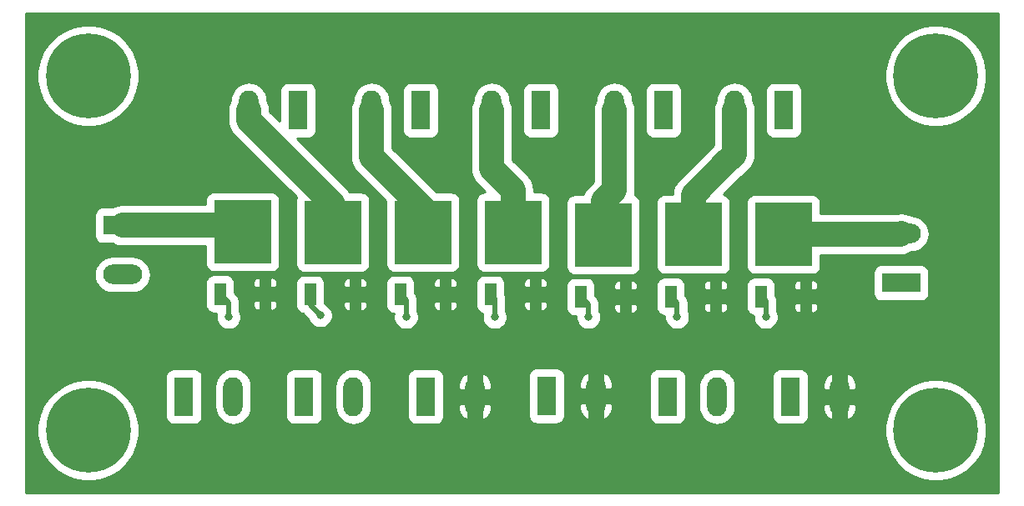
<source format=gtl>
G04 #@! TF.GenerationSoftware,KiCad,Pcbnew,(5.1.4)-1*
G04 #@! TF.CreationDate,2019-11-29T00:22:24+00:00*
G04 #@! TF.ProjectId,relay-replacement-board,72656c61-792d-4726-9570-6c6163656d65,rev?*
G04 #@! TF.SameCoordinates,Original*
G04 #@! TF.FileFunction,Copper,L1,Top*
G04 #@! TF.FilePolarity,Positive*
%FSLAX46Y46*%
G04 Gerber Fmt 4.6, Leading zero omitted, Abs format (unit mm)*
G04 Created by KiCad (PCBNEW (5.1.4)-1) date 2019-11-29 00:22:24*
%MOMM*%
%LPD*%
G04 APERTURE LIST*
%ADD10C,0.900000*%
%ADD11C,8.600000*%
%ADD12O,1.980000X3.960000*%
%ADD13R,1.980000X3.960000*%
%ADD14R,5.800000X6.400000*%
%ADD15R,1.200000X2.200000*%
%ADD16O,3.960000X1.980000*%
%ADD17R,3.960000X1.980000*%
%ADD18C,0.800000*%
%ADD19C,0.500000*%
%ADD20C,2.500000*%
%ADD21C,0.254000*%
G04 APERTURE END LIST*
D10*
X94280419Y-74719581D03*
X92000000Y-73775000D03*
X89719581Y-74719581D03*
X88775000Y-77000000D03*
X89719581Y-79280419D03*
X92000000Y-80225000D03*
X94280419Y-79280419D03*
X95225000Y-77000000D03*
D11*
X92000000Y-77000000D03*
D10*
X180280419Y-74719581D03*
X178000000Y-73775000D03*
X175719581Y-74719581D03*
X174775000Y-77000000D03*
X175719581Y-79280419D03*
X178000000Y-80225000D03*
X180280419Y-79280419D03*
X181225000Y-77000000D03*
D11*
X178000000Y-77000000D03*
D10*
X94280419Y-110719581D03*
X92000000Y-109775000D03*
X89719581Y-110719581D03*
X88775000Y-113000000D03*
X89719581Y-115280419D03*
X92000000Y-116225000D03*
X94280419Y-115280419D03*
X95225000Y-113000000D03*
D11*
X92000000Y-113000000D03*
D10*
X180280419Y-110719581D03*
X178000000Y-109775000D03*
X175719581Y-110719581D03*
X174775000Y-113000000D03*
X175719581Y-115280419D03*
X178000000Y-116225000D03*
X180280419Y-115280419D03*
X181225000Y-113000000D03*
D11*
X178000000Y-113000000D03*
D12*
X106708000Y-109570000D03*
D13*
X101708000Y-109570000D03*
D12*
X143500000Y-109500000D03*
D13*
X138500000Y-109500000D03*
D14*
X107669000Y-92845000D03*
D15*
X109949000Y-99145000D03*
X105389000Y-99145000D03*
D14*
X116812000Y-92880000D03*
D15*
X119092000Y-99180000D03*
X114532000Y-99180000D03*
D14*
X125956000Y-92880000D03*
D15*
X128236000Y-99180000D03*
X123676000Y-99180000D03*
D14*
X135100000Y-92880000D03*
D15*
X137380000Y-99180000D03*
X132820000Y-99180000D03*
X141964000Y-99434000D03*
X146524000Y-99434000D03*
D14*
X144244000Y-93134000D03*
X153387000Y-93099000D03*
D15*
X155667000Y-99399000D03*
X151107000Y-99399000D03*
D14*
X162533000Y-93099000D03*
D15*
X164813000Y-99399000D03*
X160253000Y-99399000D03*
D16*
X95476000Y-97186000D03*
D17*
X95476000Y-92186000D03*
D12*
X108296000Y-80502000D03*
D13*
X113296000Y-80502000D03*
D12*
X131250000Y-109570000D03*
D13*
X126250000Y-109570000D03*
D12*
X120742000Y-80502000D03*
D13*
X125742000Y-80502000D03*
D12*
X132934000Y-80502000D03*
D13*
X137934000Y-80502000D03*
D12*
X145380000Y-80502000D03*
D13*
X150380000Y-80502000D03*
D12*
X157572000Y-80502000D03*
D13*
X162572000Y-80502000D03*
D16*
X174470000Y-93028000D03*
D17*
X174470000Y-98028000D03*
D12*
X168238000Y-109570000D03*
D13*
X163238000Y-109570000D03*
D12*
X118900000Y-109570000D03*
D13*
X113900000Y-109570000D03*
D12*
X155792000Y-109570000D03*
D13*
X150792000Y-109570000D03*
D18*
X142750000Y-101500000D03*
X151750000Y-101500000D03*
X124250000Y-101500000D03*
X133250000Y-101500000D03*
X109192000Y-101330000D03*
X118336000Y-101330000D03*
X127226000Y-101584000D03*
X136370000Y-101584000D03*
X145514000Y-101584000D03*
X154658000Y-101584000D03*
X163548000Y-101584000D03*
X160750000Y-101500000D03*
X106250000Y-101500000D03*
X115542000Y-101330000D03*
D19*
X142750000Y-100220000D02*
X141964000Y-99434000D01*
X142750000Y-101500000D02*
X142750000Y-100220000D01*
X151750000Y-100042000D02*
X151107000Y-99399000D01*
X151750000Y-101500000D02*
X151750000Y-100042000D01*
X113900000Y-108580000D02*
X113900000Y-109570000D01*
X124250000Y-99754000D02*
X123676000Y-99180000D01*
X124250000Y-101500000D02*
X124250000Y-99754000D01*
X133250000Y-99610000D02*
X132820000Y-99180000D01*
X133250000Y-101500000D02*
X133250000Y-99610000D01*
X160750000Y-99896000D02*
X160253000Y-99399000D01*
X160750000Y-101500000D02*
X160750000Y-99896000D01*
X106250000Y-100006000D02*
X105389000Y-99145000D01*
X106250000Y-101500000D02*
X106250000Y-100006000D01*
X114532000Y-100320000D02*
X115542000Y-101330000D01*
X114532000Y-99180000D02*
X114532000Y-100320000D01*
D20*
X174399000Y-93099000D02*
X174470000Y-93028000D01*
X162533000Y-93099000D02*
X174399000Y-93099000D01*
X153387000Y-93099000D02*
X153387000Y-89113000D01*
X153387000Y-89113000D02*
X157000000Y-85500000D01*
X157572000Y-84982000D02*
X157572000Y-80502000D01*
X157054000Y-85500000D02*
X157572000Y-84982000D01*
X157000000Y-85500000D02*
X157054000Y-85500000D01*
X145340000Y-92334000D02*
X145446000Y-92440000D01*
X144244000Y-93134000D02*
X144244000Y-89744000D01*
X145380000Y-88608000D02*
X145380000Y-80502000D01*
X144244000Y-89744000D02*
X145380000Y-88608000D01*
X135100000Y-92880000D02*
X135100000Y-88600000D01*
X132934000Y-86434000D02*
X132934000Y-80502000D01*
X135100000Y-88600000D02*
X132934000Y-86434000D01*
X125956000Y-92880000D02*
X125956000Y-90456000D01*
X120742000Y-85242000D02*
X120742000Y-80502000D01*
X125956000Y-90456000D02*
X120742000Y-85242000D01*
X116812000Y-92880000D02*
X116812000Y-90312000D01*
X116812000Y-90008000D02*
X116812000Y-90312000D01*
X108296000Y-81492000D02*
X116812000Y-90008000D01*
X108296000Y-80502000D02*
X108296000Y-81492000D01*
X107010000Y-92186000D02*
X107669000Y-92845000D01*
X95476000Y-92186000D02*
X107010000Y-92186000D01*
D21*
G36*
X184340000Y-119340000D02*
G01*
X85660000Y-119340000D01*
X85660000Y-112490110D01*
X86823000Y-112490110D01*
X86823000Y-113509890D01*
X87021949Y-114510075D01*
X87412202Y-115452229D01*
X87978762Y-116300145D01*
X88699855Y-117021238D01*
X89547771Y-117587798D01*
X90489925Y-117978051D01*
X91490110Y-118177000D01*
X92509890Y-118177000D01*
X93510075Y-117978051D01*
X94452229Y-117587798D01*
X95300145Y-117021238D01*
X96021238Y-116300145D01*
X96587798Y-115452229D01*
X96978051Y-114510075D01*
X97177000Y-113509890D01*
X97177000Y-112490110D01*
X172823000Y-112490110D01*
X172823000Y-113509890D01*
X173021949Y-114510075D01*
X173412202Y-115452229D01*
X173978762Y-116300145D01*
X174699855Y-117021238D01*
X175547771Y-117587798D01*
X176489925Y-117978051D01*
X177490110Y-118177000D01*
X178509890Y-118177000D01*
X179510075Y-117978051D01*
X180452229Y-117587798D01*
X181300145Y-117021238D01*
X182021238Y-116300145D01*
X182587798Y-115452229D01*
X182978051Y-114510075D01*
X183177000Y-113509890D01*
X183177000Y-112490110D01*
X182978051Y-111489925D01*
X182587798Y-110547771D01*
X182021238Y-109699855D01*
X181300145Y-108978762D01*
X180452229Y-108412202D01*
X179510075Y-108021949D01*
X178509890Y-107823000D01*
X177490110Y-107823000D01*
X176489925Y-108021949D01*
X175547771Y-108412202D01*
X174699855Y-108978762D01*
X173978762Y-109699855D01*
X173412202Y-110547771D01*
X173021949Y-111489925D01*
X172823000Y-112490110D01*
X97177000Y-112490110D01*
X96978051Y-111489925D01*
X96587798Y-110547771D01*
X96021238Y-109699855D01*
X95300145Y-108978762D01*
X94452229Y-108412202D01*
X93510075Y-108021949D01*
X92509890Y-107823000D01*
X91490110Y-107823000D01*
X90489925Y-108021949D01*
X89547771Y-108412202D01*
X88699855Y-108978762D01*
X87978762Y-109699855D01*
X87412202Y-110547771D01*
X87021949Y-111489925D01*
X86823000Y-112490110D01*
X85660000Y-112490110D01*
X85660000Y-107590000D01*
X99836757Y-107590000D01*
X99836757Y-111550000D01*
X99853690Y-111721922D01*
X99903838Y-111887237D01*
X99985273Y-112039592D01*
X100094867Y-112173133D01*
X100228408Y-112282727D01*
X100380763Y-112364162D01*
X100546078Y-112414310D01*
X100718000Y-112431243D01*
X102698000Y-112431243D01*
X102869922Y-112414310D01*
X103035237Y-112364162D01*
X103187592Y-112282727D01*
X103321133Y-112173133D01*
X103430727Y-112039592D01*
X103512162Y-111887237D01*
X103562310Y-111721922D01*
X103579243Y-111550000D01*
X103579243Y-108488286D01*
X104841000Y-108488286D01*
X104841001Y-110651715D01*
X104868015Y-110925996D01*
X104974773Y-111277927D01*
X105148137Y-111602268D01*
X105381445Y-111886556D01*
X105665733Y-112119864D01*
X105990074Y-112293228D01*
X106342005Y-112399986D01*
X106708000Y-112436033D01*
X107073996Y-112399986D01*
X107425927Y-112293228D01*
X107750268Y-112119864D01*
X108034556Y-111886556D01*
X108267864Y-111602268D01*
X108441228Y-111277927D01*
X108547986Y-110925996D01*
X108575000Y-110651715D01*
X108575000Y-108488285D01*
X108547986Y-108214004D01*
X108441228Y-107862073D01*
X108295802Y-107590000D01*
X112028757Y-107590000D01*
X112028757Y-111550000D01*
X112045690Y-111721922D01*
X112095838Y-111887237D01*
X112177273Y-112039592D01*
X112286867Y-112173133D01*
X112420408Y-112282727D01*
X112572763Y-112364162D01*
X112738078Y-112414310D01*
X112910000Y-112431243D01*
X114890000Y-112431243D01*
X115061922Y-112414310D01*
X115227237Y-112364162D01*
X115379592Y-112282727D01*
X115513133Y-112173133D01*
X115622727Y-112039592D01*
X115704162Y-111887237D01*
X115754310Y-111721922D01*
X115771243Y-111550000D01*
X115771243Y-108488286D01*
X117033000Y-108488286D01*
X117033001Y-110651715D01*
X117060015Y-110925996D01*
X117166773Y-111277927D01*
X117340137Y-111602268D01*
X117573445Y-111886556D01*
X117857733Y-112119864D01*
X118182074Y-112293228D01*
X118534005Y-112399986D01*
X118900000Y-112436033D01*
X119265996Y-112399986D01*
X119617927Y-112293228D01*
X119942268Y-112119864D01*
X120226556Y-111886556D01*
X120459864Y-111602268D01*
X120633228Y-111277927D01*
X120739986Y-110925996D01*
X120767000Y-110651715D01*
X120767000Y-108488285D01*
X120739986Y-108214004D01*
X120633228Y-107862073D01*
X120487802Y-107590000D01*
X124378757Y-107590000D01*
X124378757Y-111550000D01*
X124395690Y-111721922D01*
X124445838Y-111887237D01*
X124527273Y-112039592D01*
X124636867Y-112173133D01*
X124770408Y-112282727D01*
X124922763Y-112364162D01*
X125088078Y-112414310D01*
X125260000Y-112431243D01*
X127240000Y-112431243D01*
X127411922Y-112414310D01*
X127577237Y-112364162D01*
X127729592Y-112282727D01*
X127863133Y-112173133D01*
X127972727Y-112039592D01*
X128054162Y-111887237D01*
X128104310Y-111721922D01*
X128121243Y-111550000D01*
X128121243Y-110511177D01*
X129531851Y-110511177D01*
X129555340Y-110847309D01*
X129643954Y-111172400D01*
X129794287Y-111473957D01*
X130000562Y-111740391D01*
X130353906Y-111915596D01*
X130577000Y-111862674D01*
X130577000Y-110243000D01*
X131923000Y-110243000D01*
X131923000Y-111862674D01*
X132146094Y-111915596D01*
X132499438Y-111740391D01*
X132705713Y-111473957D01*
X132856046Y-111172400D01*
X132944660Y-110847309D01*
X132968149Y-110511177D01*
X132780608Y-110243000D01*
X131923000Y-110243000D01*
X130577000Y-110243000D01*
X129719392Y-110243000D01*
X129531851Y-110511177D01*
X128121243Y-110511177D01*
X128121243Y-108628823D01*
X129531851Y-108628823D01*
X129719392Y-108897000D01*
X130577000Y-108897000D01*
X130577000Y-107277326D01*
X131923000Y-107277326D01*
X131923000Y-108897000D01*
X132780608Y-108897000D01*
X132968149Y-108628823D01*
X132944660Y-108292691D01*
X132856046Y-107967600D01*
X132705713Y-107666043D01*
X132592646Y-107520000D01*
X136628757Y-107520000D01*
X136628757Y-111480000D01*
X136645690Y-111651922D01*
X136695838Y-111817237D01*
X136777273Y-111969592D01*
X136886867Y-112103133D01*
X137020408Y-112212727D01*
X137172763Y-112294162D01*
X137338078Y-112344310D01*
X137510000Y-112361243D01*
X139490000Y-112361243D01*
X139661922Y-112344310D01*
X139827237Y-112294162D01*
X139979592Y-112212727D01*
X140113133Y-112103133D01*
X140222727Y-111969592D01*
X140304162Y-111817237D01*
X140354310Y-111651922D01*
X140371243Y-111480000D01*
X140371243Y-110441177D01*
X141781851Y-110441177D01*
X141805340Y-110777309D01*
X141893954Y-111102400D01*
X142044287Y-111403957D01*
X142250562Y-111670391D01*
X142603906Y-111845596D01*
X142827000Y-111792674D01*
X142827000Y-110173000D01*
X144173000Y-110173000D01*
X144173000Y-111792674D01*
X144396094Y-111845596D01*
X144749438Y-111670391D01*
X144955713Y-111403957D01*
X145106046Y-111102400D01*
X145194660Y-110777309D01*
X145218149Y-110441177D01*
X145030608Y-110173000D01*
X144173000Y-110173000D01*
X142827000Y-110173000D01*
X141969392Y-110173000D01*
X141781851Y-110441177D01*
X140371243Y-110441177D01*
X140371243Y-108558823D01*
X141781851Y-108558823D01*
X141969392Y-108827000D01*
X142827000Y-108827000D01*
X142827000Y-107207326D01*
X144173000Y-107207326D01*
X144173000Y-108827000D01*
X145030608Y-108827000D01*
X145218149Y-108558823D01*
X145194660Y-108222691D01*
X145106046Y-107897600D01*
X144955713Y-107596043D01*
X144951035Y-107590000D01*
X148920757Y-107590000D01*
X148920757Y-111550000D01*
X148937690Y-111721922D01*
X148987838Y-111887237D01*
X149069273Y-112039592D01*
X149178867Y-112173133D01*
X149312408Y-112282727D01*
X149464763Y-112364162D01*
X149630078Y-112414310D01*
X149802000Y-112431243D01*
X151782000Y-112431243D01*
X151953922Y-112414310D01*
X152119237Y-112364162D01*
X152271592Y-112282727D01*
X152405133Y-112173133D01*
X152514727Y-112039592D01*
X152596162Y-111887237D01*
X152646310Y-111721922D01*
X152663243Y-111550000D01*
X152663243Y-108488286D01*
X153925000Y-108488286D01*
X153925001Y-110651715D01*
X153952015Y-110925996D01*
X154058773Y-111277927D01*
X154232137Y-111602268D01*
X154465445Y-111886556D01*
X154749733Y-112119864D01*
X155074074Y-112293228D01*
X155426005Y-112399986D01*
X155792000Y-112436033D01*
X156157996Y-112399986D01*
X156509927Y-112293228D01*
X156834268Y-112119864D01*
X157118556Y-111886556D01*
X157351864Y-111602268D01*
X157525228Y-111277927D01*
X157631986Y-110925996D01*
X157659000Y-110651715D01*
X157659000Y-108488285D01*
X157631986Y-108214004D01*
X157525228Y-107862073D01*
X157379802Y-107590000D01*
X161366757Y-107590000D01*
X161366757Y-111550000D01*
X161383690Y-111721922D01*
X161433838Y-111887237D01*
X161515273Y-112039592D01*
X161624867Y-112173133D01*
X161758408Y-112282727D01*
X161910763Y-112364162D01*
X162076078Y-112414310D01*
X162248000Y-112431243D01*
X164228000Y-112431243D01*
X164399922Y-112414310D01*
X164565237Y-112364162D01*
X164717592Y-112282727D01*
X164851133Y-112173133D01*
X164960727Y-112039592D01*
X165042162Y-111887237D01*
X165092310Y-111721922D01*
X165109243Y-111550000D01*
X165109243Y-110511177D01*
X166519851Y-110511177D01*
X166543340Y-110847309D01*
X166631954Y-111172400D01*
X166782287Y-111473957D01*
X166988562Y-111740391D01*
X167341906Y-111915596D01*
X167565000Y-111862674D01*
X167565000Y-110243000D01*
X168911000Y-110243000D01*
X168911000Y-111862674D01*
X169134094Y-111915596D01*
X169487438Y-111740391D01*
X169693713Y-111473957D01*
X169844046Y-111172400D01*
X169932660Y-110847309D01*
X169956149Y-110511177D01*
X169768608Y-110243000D01*
X168911000Y-110243000D01*
X167565000Y-110243000D01*
X166707392Y-110243000D01*
X166519851Y-110511177D01*
X165109243Y-110511177D01*
X165109243Y-108628823D01*
X166519851Y-108628823D01*
X166707392Y-108897000D01*
X167565000Y-108897000D01*
X167565000Y-107277326D01*
X168911000Y-107277326D01*
X168911000Y-108897000D01*
X169768608Y-108897000D01*
X169956149Y-108628823D01*
X169932660Y-108292691D01*
X169844046Y-107967600D01*
X169693713Y-107666043D01*
X169487438Y-107399609D01*
X169134094Y-107224404D01*
X168911000Y-107277326D01*
X167565000Y-107277326D01*
X167341906Y-107224404D01*
X166988562Y-107399609D01*
X166782287Y-107666043D01*
X166631954Y-107967600D01*
X166543340Y-108292691D01*
X166519851Y-108628823D01*
X165109243Y-108628823D01*
X165109243Y-107590000D01*
X165092310Y-107418078D01*
X165042162Y-107252763D01*
X164960727Y-107100408D01*
X164851133Y-106966867D01*
X164717592Y-106857273D01*
X164565237Y-106775838D01*
X164399922Y-106725690D01*
X164228000Y-106708757D01*
X162248000Y-106708757D01*
X162076078Y-106725690D01*
X161910763Y-106775838D01*
X161758408Y-106857273D01*
X161624867Y-106966867D01*
X161515273Y-107100408D01*
X161433838Y-107252763D01*
X161383690Y-107418078D01*
X161366757Y-107590000D01*
X157379802Y-107590000D01*
X157351864Y-107537732D01*
X157118556Y-107253444D01*
X156834267Y-107020136D01*
X156509926Y-106846772D01*
X156157995Y-106740014D01*
X155792000Y-106703967D01*
X155426004Y-106740014D01*
X155074073Y-106846772D01*
X154749732Y-107020136D01*
X154465444Y-107253444D01*
X154232136Y-107537733D01*
X154058772Y-107862074D01*
X153952014Y-108214005D01*
X153925000Y-108488286D01*
X152663243Y-108488286D01*
X152663243Y-107590000D01*
X152646310Y-107418078D01*
X152596162Y-107252763D01*
X152514727Y-107100408D01*
X152405133Y-106966867D01*
X152271592Y-106857273D01*
X152119237Y-106775838D01*
X151953922Y-106725690D01*
X151782000Y-106708757D01*
X149802000Y-106708757D01*
X149630078Y-106725690D01*
X149464763Y-106775838D01*
X149312408Y-106857273D01*
X149178867Y-106966867D01*
X149069273Y-107100408D01*
X148987838Y-107252763D01*
X148937690Y-107418078D01*
X148920757Y-107590000D01*
X144951035Y-107590000D01*
X144749438Y-107329609D01*
X144396094Y-107154404D01*
X144173000Y-107207326D01*
X142827000Y-107207326D01*
X142603906Y-107154404D01*
X142250562Y-107329609D01*
X142044287Y-107596043D01*
X141893954Y-107897600D01*
X141805340Y-108222691D01*
X141781851Y-108558823D01*
X140371243Y-108558823D01*
X140371243Y-107520000D01*
X140354310Y-107348078D01*
X140304162Y-107182763D01*
X140222727Y-107030408D01*
X140113133Y-106896867D01*
X139979592Y-106787273D01*
X139827237Y-106705838D01*
X139661922Y-106655690D01*
X139490000Y-106638757D01*
X137510000Y-106638757D01*
X137338078Y-106655690D01*
X137172763Y-106705838D01*
X137020408Y-106787273D01*
X136886867Y-106896867D01*
X136777273Y-107030408D01*
X136695838Y-107182763D01*
X136645690Y-107348078D01*
X136628757Y-107520000D01*
X132592646Y-107520000D01*
X132499438Y-107399609D01*
X132146094Y-107224404D01*
X131923000Y-107277326D01*
X130577000Y-107277326D01*
X130353906Y-107224404D01*
X130000562Y-107399609D01*
X129794287Y-107666043D01*
X129643954Y-107967600D01*
X129555340Y-108292691D01*
X129531851Y-108628823D01*
X128121243Y-108628823D01*
X128121243Y-107590000D01*
X128104310Y-107418078D01*
X128054162Y-107252763D01*
X127972727Y-107100408D01*
X127863133Y-106966867D01*
X127729592Y-106857273D01*
X127577237Y-106775838D01*
X127411922Y-106725690D01*
X127240000Y-106708757D01*
X125260000Y-106708757D01*
X125088078Y-106725690D01*
X124922763Y-106775838D01*
X124770408Y-106857273D01*
X124636867Y-106966867D01*
X124527273Y-107100408D01*
X124445838Y-107252763D01*
X124395690Y-107418078D01*
X124378757Y-107590000D01*
X120487802Y-107590000D01*
X120459864Y-107537732D01*
X120226556Y-107253444D01*
X119942267Y-107020136D01*
X119617926Y-106846772D01*
X119265995Y-106740014D01*
X118900000Y-106703967D01*
X118534004Y-106740014D01*
X118182073Y-106846772D01*
X117857732Y-107020136D01*
X117573444Y-107253444D01*
X117340136Y-107537733D01*
X117166772Y-107862074D01*
X117060014Y-108214005D01*
X117033000Y-108488286D01*
X115771243Y-108488286D01*
X115771243Y-107590000D01*
X115754310Y-107418078D01*
X115704162Y-107252763D01*
X115622727Y-107100408D01*
X115513133Y-106966867D01*
X115379592Y-106857273D01*
X115227237Y-106775838D01*
X115061922Y-106725690D01*
X114890000Y-106708757D01*
X112910000Y-106708757D01*
X112738078Y-106725690D01*
X112572763Y-106775838D01*
X112420408Y-106857273D01*
X112286867Y-106966867D01*
X112177273Y-107100408D01*
X112095838Y-107252763D01*
X112045690Y-107418078D01*
X112028757Y-107590000D01*
X108295802Y-107590000D01*
X108267864Y-107537732D01*
X108034556Y-107253444D01*
X107750267Y-107020136D01*
X107425926Y-106846772D01*
X107073995Y-106740014D01*
X106708000Y-106703967D01*
X106342004Y-106740014D01*
X105990073Y-106846772D01*
X105665732Y-107020136D01*
X105381444Y-107253444D01*
X105148136Y-107537733D01*
X104974772Y-107862074D01*
X104868014Y-108214005D01*
X104841000Y-108488286D01*
X103579243Y-108488286D01*
X103579243Y-107590000D01*
X103562310Y-107418078D01*
X103512162Y-107252763D01*
X103430727Y-107100408D01*
X103321133Y-106966867D01*
X103187592Y-106857273D01*
X103035237Y-106775838D01*
X102869922Y-106725690D01*
X102698000Y-106708757D01*
X100718000Y-106708757D01*
X100546078Y-106725690D01*
X100380763Y-106775838D01*
X100228408Y-106857273D01*
X100094867Y-106966867D01*
X99985273Y-107100408D01*
X99903838Y-107252763D01*
X99853690Y-107418078D01*
X99836757Y-107590000D01*
X85660000Y-107590000D01*
X85660000Y-97186000D01*
X92609967Y-97186000D01*
X92646014Y-97551996D01*
X92752772Y-97903927D01*
X92926136Y-98228268D01*
X93159444Y-98512556D01*
X93443732Y-98745864D01*
X93768073Y-98919228D01*
X94120004Y-99025986D01*
X94394285Y-99053000D01*
X96557715Y-99053000D01*
X96831996Y-99025986D01*
X97183927Y-98919228D01*
X97508268Y-98745864D01*
X97792556Y-98512556D01*
X98025864Y-98228268D01*
X98123822Y-98045000D01*
X103907757Y-98045000D01*
X103907757Y-100245000D01*
X103924690Y-100416922D01*
X103974838Y-100582237D01*
X104056273Y-100734592D01*
X104165867Y-100868133D01*
X104299408Y-100977727D01*
X104451763Y-101059162D01*
X104617078Y-101109310D01*
X104789000Y-101126243D01*
X105022600Y-101126243D01*
X105022074Y-101127513D01*
X104973000Y-101374226D01*
X104973000Y-101625774D01*
X105022074Y-101872487D01*
X105118337Y-102104886D01*
X105258089Y-102314040D01*
X105435960Y-102491911D01*
X105645114Y-102631663D01*
X105877513Y-102727926D01*
X106124226Y-102777000D01*
X106375774Y-102777000D01*
X106622487Y-102727926D01*
X106854886Y-102631663D01*
X107064040Y-102491911D01*
X107241911Y-102314040D01*
X107381663Y-102104886D01*
X107477926Y-101872487D01*
X107527000Y-101625774D01*
X107527000Y-101374226D01*
X107477926Y-101127513D01*
X107381663Y-100895114D01*
X107377000Y-100888135D01*
X107377000Y-100237854D01*
X108710968Y-100237854D01*
X108721834Y-100362466D01*
X108756801Y-100482563D01*
X108814526Y-100593530D01*
X108892791Y-100691104D01*
X108988587Y-100771534D01*
X109098234Y-100831730D01*
X109217518Y-100869378D01*
X109317250Y-100880000D01*
X109476000Y-100721250D01*
X109476000Y-99818000D01*
X110422000Y-99818000D01*
X110422000Y-100721250D01*
X110580750Y-100880000D01*
X110680482Y-100869378D01*
X110799766Y-100831730D01*
X110909413Y-100771534D01*
X111005209Y-100691104D01*
X111083474Y-100593530D01*
X111141199Y-100482563D01*
X111176166Y-100362466D01*
X111187032Y-100237854D01*
X111184000Y-99976750D01*
X111025250Y-99818000D01*
X110422000Y-99818000D01*
X109476000Y-99818000D01*
X108872750Y-99818000D01*
X108714000Y-99976750D01*
X108710968Y-100237854D01*
X107377000Y-100237854D01*
X107377000Y-100061357D01*
X107382452Y-100006000D01*
X107377000Y-99950643D01*
X107377000Y-99950635D01*
X107360693Y-99785069D01*
X107296250Y-99572629D01*
X107191600Y-99376843D01*
X107182644Y-99365930D01*
X107086058Y-99248239D01*
X107086055Y-99248236D01*
X107050765Y-99205235D01*
X107007764Y-99169945D01*
X106870243Y-99032424D01*
X106870243Y-98052146D01*
X108710968Y-98052146D01*
X108714000Y-98313250D01*
X108872750Y-98472000D01*
X109476000Y-98472000D01*
X109476000Y-97568750D01*
X110422000Y-97568750D01*
X110422000Y-98472000D01*
X111025250Y-98472000D01*
X111184000Y-98313250D01*
X111186708Y-98080000D01*
X113050757Y-98080000D01*
X113050757Y-100280000D01*
X113067690Y-100451922D01*
X113117838Y-100617237D01*
X113199273Y-100769592D01*
X113308867Y-100903133D01*
X113442408Y-101012727D01*
X113594763Y-101094162D01*
X113759836Y-101144237D01*
X113774237Y-101156055D01*
X114312437Y-101694255D01*
X114314074Y-101702487D01*
X114410337Y-101934886D01*
X114550089Y-102144040D01*
X114727960Y-102321911D01*
X114937114Y-102461663D01*
X115169513Y-102557926D01*
X115416226Y-102607000D01*
X115667774Y-102607000D01*
X115914487Y-102557926D01*
X116146886Y-102461663D01*
X116356040Y-102321911D01*
X116533911Y-102144040D01*
X116673663Y-101934886D01*
X116769926Y-101702487D01*
X116819000Y-101455774D01*
X116819000Y-101204226D01*
X116769926Y-100957513D01*
X116673663Y-100725114D01*
X116533911Y-100515960D01*
X116356040Y-100338089D01*
X116258409Y-100272854D01*
X117853968Y-100272854D01*
X117864834Y-100397466D01*
X117899801Y-100517563D01*
X117957526Y-100628530D01*
X118035791Y-100726104D01*
X118131587Y-100806534D01*
X118241234Y-100866730D01*
X118360518Y-100904378D01*
X118460250Y-100915000D01*
X118619000Y-100756250D01*
X118619000Y-99853000D01*
X119565000Y-99853000D01*
X119565000Y-100756250D01*
X119723750Y-100915000D01*
X119823482Y-100904378D01*
X119942766Y-100866730D01*
X120052413Y-100806534D01*
X120148209Y-100726104D01*
X120226474Y-100628530D01*
X120284199Y-100517563D01*
X120319166Y-100397466D01*
X120330032Y-100272854D01*
X120327000Y-100011750D01*
X120168250Y-99853000D01*
X119565000Y-99853000D01*
X118619000Y-99853000D01*
X118015750Y-99853000D01*
X117857000Y-100011750D01*
X117853968Y-100272854D01*
X116258409Y-100272854D01*
X116146886Y-100198337D01*
X116013243Y-100142980D01*
X116013243Y-98087146D01*
X117853968Y-98087146D01*
X117857000Y-98348250D01*
X118015750Y-98507000D01*
X118619000Y-98507000D01*
X118619000Y-97603750D01*
X119565000Y-97603750D01*
X119565000Y-98507000D01*
X120168250Y-98507000D01*
X120327000Y-98348250D01*
X120330032Y-98087146D01*
X120329409Y-98080000D01*
X122194757Y-98080000D01*
X122194757Y-100280000D01*
X122211690Y-100451922D01*
X122261838Y-100617237D01*
X122343273Y-100769592D01*
X122452867Y-100903133D01*
X122586408Y-101012727D01*
X122738763Y-101094162D01*
X122904078Y-101144310D01*
X123016530Y-101155386D01*
X122973000Y-101374226D01*
X122973000Y-101625774D01*
X123022074Y-101872487D01*
X123118337Y-102104886D01*
X123258089Y-102314040D01*
X123435960Y-102491911D01*
X123645114Y-102631663D01*
X123877513Y-102727926D01*
X124124226Y-102777000D01*
X124375774Y-102777000D01*
X124622487Y-102727926D01*
X124854886Y-102631663D01*
X125064040Y-102491911D01*
X125241911Y-102314040D01*
X125381663Y-102104886D01*
X125477926Y-101872487D01*
X125527000Y-101625774D01*
X125527000Y-101374226D01*
X125477926Y-101127513D01*
X125381663Y-100895114D01*
X125377000Y-100888135D01*
X125377000Y-100272854D01*
X126997968Y-100272854D01*
X127008834Y-100397466D01*
X127043801Y-100517563D01*
X127101526Y-100628530D01*
X127179791Y-100726104D01*
X127275587Y-100806534D01*
X127385234Y-100866730D01*
X127504518Y-100904378D01*
X127604250Y-100915000D01*
X127763000Y-100756250D01*
X127763000Y-99853000D01*
X128709000Y-99853000D01*
X128709000Y-100756250D01*
X128867750Y-100915000D01*
X128967482Y-100904378D01*
X129086766Y-100866730D01*
X129196413Y-100806534D01*
X129292209Y-100726104D01*
X129370474Y-100628530D01*
X129428199Y-100517563D01*
X129463166Y-100397466D01*
X129474032Y-100272854D01*
X129471000Y-100011750D01*
X129312250Y-99853000D01*
X128709000Y-99853000D01*
X127763000Y-99853000D01*
X127159750Y-99853000D01*
X127001000Y-100011750D01*
X126997968Y-100272854D01*
X125377000Y-100272854D01*
X125377000Y-99809364D01*
X125382453Y-99754000D01*
X125360693Y-99533069D01*
X125296250Y-99320629D01*
X125273678Y-99278400D01*
X125191600Y-99124843D01*
X125157243Y-99082979D01*
X125157243Y-98087146D01*
X126997968Y-98087146D01*
X127001000Y-98348250D01*
X127159750Y-98507000D01*
X127763000Y-98507000D01*
X127763000Y-97603750D01*
X128709000Y-97603750D01*
X128709000Y-98507000D01*
X129312250Y-98507000D01*
X129471000Y-98348250D01*
X129474032Y-98087146D01*
X129473409Y-98080000D01*
X131338757Y-98080000D01*
X131338757Y-100280000D01*
X131355690Y-100451922D01*
X131405838Y-100617237D01*
X131487273Y-100769592D01*
X131596867Y-100903133D01*
X131730408Y-101012727D01*
X131882763Y-101094162D01*
X132020403Y-101135915D01*
X131973000Y-101374226D01*
X131973000Y-101625774D01*
X132022074Y-101872487D01*
X132118337Y-102104886D01*
X132258089Y-102314040D01*
X132435960Y-102491911D01*
X132645114Y-102631663D01*
X132877513Y-102727926D01*
X133124226Y-102777000D01*
X133375774Y-102777000D01*
X133622487Y-102727926D01*
X133854886Y-102631663D01*
X134064040Y-102491911D01*
X134241911Y-102314040D01*
X134381663Y-102104886D01*
X134477926Y-101872487D01*
X134527000Y-101625774D01*
X134527000Y-101374226D01*
X134477926Y-101127513D01*
X134381663Y-100895114D01*
X134377000Y-100888135D01*
X134377000Y-100272854D01*
X136141968Y-100272854D01*
X136152834Y-100397466D01*
X136187801Y-100517563D01*
X136245526Y-100628530D01*
X136323791Y-100726104D01*
X136419587Y-100806534D01*
X136529234Y-100866730D01*
X136648518Y-100904378D01*
X136748250Y-100915000D01*
X136907000Y-100756250D01*
X136907000Y-99853000D01*
X137853000Y-99853000D01*
X137853000Y-100756250D01*
X138011750Y-100915000D01*
X138111482Y-100904378D01*
X138230766Y-100866730D01*
X138340413Y-100806534D01*
X138436209Y-100726104D01*
X138514474Y-100628530D01*
X138572199Y-100517563D01*
X138607166Y-100397466D01*
X138618032Y-100272854D01*
X138615000Y-100011750D01*
X138456250Y-99853000D01*
X137853000Y-99853000D01*
X136907000Y-99853000D01*
X136303750Y-99853000D01*
X136145000Y-100011750D01*
X136141968Y-100272854D01*
X134377000Y-100272854D01*
X134377000Y-99665357D01*
X134382452Y-99610000D01*
X134377000Y-99554643D01*
X134377000Y-99554635D01*
X134360693Y-99389069D01*
X134301243Y-99193089D01*
X134301243Y-98087146D01*
X136141968Y-98087146D01*
X136145000Y-98348250D01*
X136303750Y-98507000D01*
X136907000Y-98507000D01*
X136907000Y-97603750D01*
X137853000Y-97603750D01*
X137853000Y-98507000D01*
X138456250Y-98507000D01*
X138615000Y-98348250D01*
X138615165Y-98334000D01*
X140482757Y-98334000D01*
X140482757Y-100534000D01*
X140499690Y-100705922D01*
X140549838Y-100871237D01*
X140631273Y-101023592D01*
X140740867Y-101157133D01*
X140874408Y-101266727D01*
X141026763Y-101348162D01*
X141192078Y-101398310D01*
X141364000Y-101415243D01*
X141473000Y-101415243D01*
X141473000Y-101625774D01*
X141522074Y-101872487D01*
X141618337Y-102104886D01*
X141758089Y-102314040D01*
X141935960Y-102491911D01*
X142145114Y-102631663D01*
X142377513Y-102727926D01*
X142624226Y-102777000D01*
X142875774Y-102777000D01*
X143122487Y-102727926D01*
X143354886Y-102631663D01*
X143564040Y-102491911D01*
X143741911Y-102314040D01*
X143881663Y-102104886D01*
X143977926Y-101872487D01*
X144027000Y-101625774D01*
X144027000Y-101374226D01*
X143977926Y-101127513D01*
X143881663Y-100895114D01*
X143877000Y-100888135D01*
X143877000Y-100526854D01*
X145285968Y-100526854D01*
X145296834Y-100651466D01*
X145331801Y-100771563D01*
X145389526Y-100882530D01*
X145467791Y-100980104D01*
X145563587Y-101060534D01*
X145673234Y-101120730D01*
X145792518Y-101158378D01*
X145892250Y-101169000D01*
X146051000Y-101010250D01*
X146051000Y-100107000D01*
X146997000Y-100107000D01*
X146997000Y-101010250D01*
X147155750Y-101169000D01*
X147255482Y-101158378D01*
X147374766Y-101120730D01*
X147484413Y-101060534D01*
X147580209Y-100980104D01*
X147658474Y-100882530D01*
X147716199Y-100771563D01*
X147751166Y-100651466D01*
X147762032Y-100526854D01*
X147759000Y-100265750D01*
X147600250Y-100107000D01*
X146997000Y-100107000D01*
X146051000Y-100107000D01*
X145447750Y-100107000D01*
X145289000Y-100265750D01*
X145285968Y-100526854D01*
X143877000Y-100526854D01*
X143877000Y-100275357D01*
X143882452Y-100220000D01*
X143877000Y-100164643D01*
X143877000Y-100164635D01*
X143860693Y-99999069D01*
X143796250Y-99786629D01*
X143691600Y-99590843D01*
X143586378Y-99462629D01*
X143586058Y-99462239D01*
X143586055Y-99462236D01*
X143550765Y-99419235D01*
X143507764Y-99383945D01*
X143445243Y-99321424D01*
X143445243Y-98341146D01*
X145285968Y-98341146D01*
X145289000Y-98602250D01*
X145447750Y-98761000D01*
X146051000Y-98761000D01*
X146051000Y-97857750D01*
X146997000Y-97857750D01*
X146997000Y-98761000D01*
X147600250Y-98761000D01*
X147759000Y-98602250D01*
X147762032Y-98341146D01*
X147758357Y-98299000D01*
X149625757Y-98299000D01*
X149625757Y-100499000D01*
X149642690Y-100670922D01*
X149692838Y-100836237D01*
X149774273Y-100988592D01*
X149883867Y-101122133D01*
X150017408Y-101231727D01*
X150169763Y-101313162D01*
X150335078Y-101363310D01*
X150473000Y-101376894D01*
X150473000Y-101625774D01*
X150522074Y-101872487D01*
X150618337Y-102104886D01*
X150758089Y-102314040D01*
X150935960Y-102491911D01*
X151145114Y-102631663D01*
X151377513Y-102727926D01*
X151624226Y-102777000D01*
X151875774Y-102777000D01*
X152122487Y-102727926D01*
X152354886Y-102631663D01*
X152564040Y-102491911D01*
X152741911Y-102314040D01*
X152881663Y-102104886D01*
X152977926Y-101872487D01*
X153027000Y-101625774D01*
X153027000Y-101374226D01*
X152977926Y-101127513D01*
X152881663Y-100895114D01*
X152877000Y-100888135D01*
X152877000Y-100491854D01*
X154428968Y-100491854D01*
X154439834Y-100616466D01*
X154474801Y-100736563D01*
X154532526Y-100847530D01*
X154610791Y-100945104D01*
X154706587Y-101025534D01*
X154816234Y-101085730D01*
X154935518Y-101123378D01*
X155035250Y-101134000D01*
X155194000Y-100975250D01*
X155194000Y-100072000D01*
X156140000Y-100072000D01*
X156140000Y-100975250D01*
X156298750Y-101134000D01*
X156398482Y-101123378D01*
X156517766Y-101085730D01*
X156627413Y-101025534D01*
X156723209Y-100945104D01*
X156801474Y-100847530D01*
X156859199Y-100736563D01*
X156894166Y-100616466D01*
X156905032Y-100491854D01*
X156902000Y-100230750D01*
X156743250Y-100072000D01*
X156140000Y-100072000D01*
X155194000Y-100072000D01*
X154590750Y-100072000D01*
X154432000Y-100230750D01*
X154428968Y-100491854D01*
X152877000Y-100491854D01*
X152877000Y-100097354D01*
X152882452Y-100041999D01*
X152877000Y-99986645D01*
X152877000Y-99986635D01*
X152860693Y-99821069D01*
X152796250Y-99608629D01*
X152691600Y-99412843D01*
X152588243Y-99286902D01*
X152588243Y-98306146D01*
X154428968Y-98306146D01*
X154432000Y-98567250D01*
X154590750Y-98726000D01*
X155194000Y-98726000D01*
X155194000Y-97822750D01*
X156140000Y-97822750D01*
X156140000Y-98726000D01*
X156743250Y-98726000D01*
X156902000Y-98567250D01*
X156905032Y-98306146D01*
X156904409Y-98299000D01*
X158771757Y-98299000D01*
X158771757Y-100499000D01*
X158788690Y-100670922D01*
X158838838Y-100836237D01*
X158920273Y-100988592D01*
X159029867Y-101122133D01*
X159163408Y-101231727D01*
X159315763Y-101313162D01*
X159475507Y-101361620D01*
X159473000Y-101374226D01*
X159473000Y-101625774D01*
X159522074Y-101872487D01*
X159618337Y-102104886D01*
X159758089Y-102314040D01*
X159935960Y-102491911D01*
X160145114Y-102631663D01*
X160377513Y-102727926D01*
X160624226Y-102777000D01*
X160875774Y-102777000D01*
X161122487Y-102727926D01*
X161354886Y-102631663D01*
X161564040Y-102491911D01*
X161741911Y-102314040D01*
X161881663Y-102104886D01*
X161977926Y-101872487D01*
X162027000Y-101625774D01*
X162027000Y-101374226D01*
X161977926Y-101127513D01*
X161881663Y-100895114D01*
X161877000Y-100888135D01*
X161877000Y-100491854D01*
X163574968Y-100491854D01*
X163585834Y-100616466D01*
X163620801Y-100736563D01*
X163678526Y-100847530D01*
X163756791Y-100945104D01*
X163852587Y-101025534D01*
X163962234Y-101085730D01*
X164081518Y-101123378D01*
X164181250Y-101134000D01*
X164340000Y-100975250D01*
X164340000Y-100072000D01*
X165286000Y-100072000D01*
X165286000Y-100975250D01*
X165444750Y-101134000D01*
X165544482Y-101123378D01*
X165663766Y-101085730D01*
X165773413Y-101025534D01*
X165869209Y-100945104D01*
X165947474Y-100847530D01*
X166005199Y-100736563D01*
X166040166Y-100616466D01*
X166051032Y-100491854D01*
X166048000Y-100230750D01*
X165889250Y-100072000D01*
X165286000Y-100072000D01*
X164340000Y-100072000D01*
X163736750Y-100072000D01*
X163578000Y-100230750D01*
X163574968Y-100491854D01*
X161877000Y-100491854D01*
X161877000Y-99951354D01*
X161882452Y-99895999D01*
X161877000Y-99840645D01*
X161877000Y-99840635D01*
X161860693Y-99675069D01*
X161796250Y-99462629D01*
X161734243Y-99346622D01*
X161734243Y-98306146D01*
X163574968Y-98306146D01*
X163578000Y-98567250D01*
X163736750Y-98726000D01*
X164340000Y-98726000D01*
X164340000Y-97822750D01*
X165286000Y-97822750D01*
X165286000Y-98726000D01*
X165889250Y-98726000D01*
X166048000Y-98567250D01*
X166051032Y-98306146D01*
X166040166Y-98181534D01*
X166005199Y-98061437D01*
X165947474Y-97950470D01*
X165869209Y-97852896D01*
X165773413Y-97772466D01*
X165663766Y-97712270D01*
X165544482Y-97674622D01*
X165444750Y-97664000D01*
X165286000Y-97822750D01*
X164340000Y-97822750D01*
X164181250Y-97664000D01*
X164081518Y-97674622D01*
X163962234Y-97712270D01*
X163852587Y-97772466D01*
X163756791Y-97852896D01*
X163678526Y-97950470D01*
X163620801Y-98061437D01*
X163585834Y-98181534D01*
X163574968Y-98306146D01*
X161734243Y-98306146D01*
X161734243Y-98299000D01*
X161717310Y-98127078D01*
X161667162Y-97961763D01*
X161585727Y-97809408D01*
X161476133Y-97675867D01*
X161342592Y-97566273D01*
X161190237Y-97484838D01*
X161024922Y-97434690D01*
X160853000Y-97417757D01*
X159653000Y-97417757D01*
X159481078Y-97434690D01*
X159315763Y-97484838D01*
X159163408Y-97566273D01*
X159029867Y-97675867D01*
X158920273Y-97809408D01*
X158838838Y-97961763D01*
X158788690Y-98127078D01*
X158771757Y-98299000D01*
X156904409Y-98299000D01*
X156894166Y-98181534D01*
X156859199Y-98061437D01*
X156801474Y-97950470D01*
X156723209Y-97852896D01*
X156627413Y-97772466D01*
X156517766Y-97712270D01*
X156398482Y-97674622D01*
X156298750Y-97664000D01*
X156140000Y-97822750D01*
X155194000Y-97822750D01*
X155035250Y-97664000D01*
X154935518Y-97674622D01*
X154816234Y-97712270D01*
X154706587Y-97772466D01*
X154610791Y-97852896D01*
X154532526Y-97950470D01*
X154474801Y-98061437D01*
X154439834Y-98181534D01*
X154428968Y-98306146D01*
X152588243Y-98306146D01*
X152588243Y-98299000D01*
X152571310Y-98127078D01*
X152521162Y-97961763D01*
X152439727Y-97809408D01*
X152330133Y-97675867D01*
X152196592Y-97566273D01*
X152044237Y-97484838D01*
X151878922Y-97434690D01*
X151707000Y-97417757D01*
X150507000Y-97417757D01*
X150335078Y-97434690D01*
X150169763Y-97484838D01*
X150017408Y-97566273D01*
X149883867Y-97675867D01*
X149774273Y-97809408D01*
X149692838Y-97961763D01*
X149642690Y-98127078D01*
X149625757Y-98299000D01*
X147758357Y-98299000D01*
X147751166Y-98216534D01*
X147716199Y-98096437D01*
X147658474Y-97985470D01*
X147580209Y-97887896D01*
X147484413Y-97807466D01*
X147374766Y-97747270D01*
X147255482Y-97709622D01*
X147155750Y-97699000D01*
X146997000Y-97857750D01*
X146051000Y-97857750D01*
X145892250Y-97699000D01*
X145792518Y-97709622D01*
X145673234Y-97747270D01*
X145563587Y-97807466D01*
X145467791Y-97887896D01*
X145389526Y-97985470D01*
X145331801Y-98096437D01*
X145296834Y-98216534D01*
X145285968Y-98341146D01*
X143445243Y-98341146D01*
X143445243Y-98334000D01*
X143428310Y-98162078D01*
X143378162Y-97996763D01*
X143296727Y-97844408D01*
X143187133Y-97710867D01*
X143053592Y-97601273D01*
X142901237Y-97519838D01*
X142735922Y-97469690D01*
X142564000Y-97452757D01*
X141364000Y-97452757D01*
X141192078Y-97469690D01*
X141026763Y-97519838D01*
X140874408Y-97601273D01*
X140740867Y-97710867D01*
X140631273Y-97844408D01*
X140549838Y-97996763D01*
X140499690Y-98162078D01*
X140482757Y-98334000D01*
X138615165Y-98334000D01*
X138618032Y-98087146D01*
X138607166Y-97962534D01*
X138572199Y-97842437D01*
X138514474Y-97731470D01*
X138436209Y-97633896D01*
X138340413Y-97553466D01*
X138230766Y-97493270D01*
X138111482Y-97455622D01*
X138011750Y-97445000D01*
X137853000Y-97603750D01*
X136907000Y-97603750D01*
X136748250Y-97445000D01*
X136648518Y-97455622D01*
X136529234Y-97493270D01*
X136419587Y-97553466D01*
X136323791Y-97633896D01*
X136245526Y-97731470D01*
X136187801Y-97842437D01*
X136152834Y-97962534D01*
X136141968Y-98087146D01*
X134301243Y-98087146D01*
X134301243Y-98080000D01*
X134284310Y-97908078D01*
X134234162Y-97742763D01*
X134152727Y-97590408D01*
X134043133Y-97456867D01*
X133909592Y-97347273D01*
X133757237Y-97265838D01*
X133591922Y-97215690D01*
X133420000Y-97198757D01*
X132220000Y-97198757D01*
X132048078Y-97215690D01*
X131882763Y-97265838D01*
X131730408Y-97347273D01*
X131596867Y-97456867D01*
X131487273Y-97590408D01*
X131405838Y-97742763D01*
X131355690Y-97908078D01*
X131338757Y-98080000D01*
X129473409Y-98080000D01*
X129463166Y-97962534D01*
X129428199Y-97842437D01*
X129370474Y-97731470D01*
X129292209Y-97633896D01*
X129196413Y-97553466D01*
X129086766Y-97493270D01*
X128967482Y-97455622D01*
X128867750Y-97445000D01*
X128709000Y-97603750D01*
X127763000Y-97603750D01*
X127604250Y-97445000D01*
X127504518Y-97455622D01*
X127385234Y-97493270D01*
X127275587Y-97553466D01*
X127179791Y-97633896D01*
X127101526Y-97731470D01*
X127043801Y-97842437D01*
X127008834Y-97962534D01*
X126997968Y-98087146D01*
X125157243Y-98087146D01*
X125157243Y-98080000D01*
X125140310Y-97908078D01*
X125090162Y-97742763D01*
X125008727Y-97590408D01*
X124899133Y-97456867D01*
X124765592Y-97347273D01*
X124613237Y-97265838D01*
X124447922Y-97215690D01*
X124276000Y-97198757D01*
X123076000Y-97198757D01*
X122904078Y-97215690D01*
X122738763Y-97265838D01*
X122586408Y-97347273D01*
X122452867Y-97456867D01*
X122343273Y-97590408D01*
X122261838Y-97742763D01*
X122211690Y-97908078D01*
X122194757Y-98080000D01*
X120329409Y-98080000D01*
X120319166Y-97962534D01*
X120284199Y-97842437D01*
X120226474Y-97731470D01*
X120148209Y-97633896D01*
X120052413Y-97553466D01*
X119942766Y-97493270D01*
X119823482Y-97455622D01*
X119723750Y-97445000D01*
X119565000Y-97603750D01*
X118619000Y-97603750D01*
X118460250Y-97445000D01*
X118360518Y-97455622D01*
X118241234Y-97493270D01*
X118131587Y-97553466D01*
X118035791Y-97633896D01*
X117957526Y-97731470D01*
X117899801Y-97842437D01*
X117864834Y-97962534D01*
X117853968Y-98087146D01*
X116013243Y-98087146D01*
X116013243Y-98080000D01*
X115996310Y-97908078D01*
X115946162Y-97742763D01*
X115864727Y-97590408D01*
X115755133Y-97456867D01*
X115621592Y-97347273D01*
X115469237Y-97265838D01*
X115303922Y-97215690D01*
X115132000Y-97198757D01*
X113932000Y-97198757D01*
X113760078Y-97215690D01*
X113594763Y-97265838D01*
X113442408Y-97347273D01*
X113308867Y-97456867D01*
X113199273Y-97590408D01*
X113117838Y-97742763D01*
X113067690Y-97908078D01*
X113050757Y-98080000D01*
X111186708Y-98080000D01*
X111187032Y-98052146D01*
X111176166Y-97927534D01*
X111141199Y-97807437D01*
X111083474Y-97696470D01*
X111005209Y-97598896D01*
X110909413Y-97518466D01*
X110799766Y-97458270D01*
X110680482Y-97420622D01*
X110580750Y-97410000D01*
X110422000Y-97568750D01*
X109476000Y-97568750D01*
X109317250Y-97410000D01*
X109217518Y-97420622D01*
X109098234Y-97458270D01*
X108988587Y-97518466D01*
X108892791Y-97598896D01*
X108814526Y-97696470D01*
X108756801Y-97807437D01*
X108721834Y-97927534D01*
X108710968Y-98052146D01*
X106870243Y-98052146D01*
X106870243Y-98045000D01*
X106853310Y-97873078D01*
X106803162Y-97707763D01*
X106721727Y-97555408D01*
X106612133Y-97421867D01*
X106478592Y-97312273D01*
X106326237Y-97230838D01*
X106160922Y-97180690D01*
X105989000Y-97163757D01*
X104789000Y-97163757D01*
X104617078Y-97180690D01*
X104451763Y-97230838D01*
X104299408Y-97312273D01*
X104165867Y-97421867D01*
X104056273Y-97555408D01*
X103974838Y-97707763D01*
X103924690Y-97873078D01*
X103907757Y-98045000D01*
X98123822Y-98045000D01*
X98199228Y-97903927D01*
X98305986Y-97551996D01*
X98342033Y-97186000D01*
X98305986Y-96820004D01*
X98199228Y-96468073D01*
X98025864Y-96143732D01*
X97792556Y-95859444D01*
X97508268Y-95626136D01*
X97183927Y-95452772D01*
X96831996Y-95346014D01*
X96557715Y-95319000D01*
X94394285Y-95319000D01*
X94120004Y-95346014D01*
X93768073Y-95452772D01*
X93443732Y-95626136D01*
X93159444Y-95859444D01*
X92926136Y-96143732D01*
X92752772Y-96468073D01*
X92646014Y-96820004D01*
X92609967Y-97186000D01*
X85660000Y-97186000D01*
X85660000Y-91196000D01*
X92614757Y-91196000D01*
X92614757Y-93176000D01*
X92631690Y-93347922D01*
X92681838Y-93513237D01*
X92763273Y-93665592D01*
X92872867Y-93799133D01*
X93006408Y-93908727D01*
X93158763Y-93990162D01*
X93324078Y-94040310D01*
X93496000Y-94057243D01*
X94464728Y-94057243D01*
X94658094Y-94160599D01*
X95059035Y-94282224D01*
X95371513Y-94313000D01*
X103887757Y-94313000D01*
X103887757Y-96045000D01*
X103904690Y-96216922D01*
X103954838Y-96382237D01*
X104036273Y-96534592D01*
X104145867Y-96668133D01*
X104279408Y-96777727D01*
X104431763Y-96859162D01*
X104597078Y-96909310D01*
X104769000Y-96926243D01*
X110569000Y-96926243D01*
X110740922Y-96909310D01*
X110906237Y-96859162D01*
X111058592Y-96777727D01*
X111192133Y-96668133D01*
X111301727Y-96534592D01*
X111383162Y-96382237D01*
X111433310Y-96216922D01*
X111450243Y-96045000D01*
X111450243Y-89645000D01*
X111433310Y-89473078D01*
X111383162Y-89307763D01*
X111301727Y-89155408D01*
X111192133Y-89021867D01*
X111058592Y-88912273D01*
X110906237Y-88830838D01*
X110740922Y-88780690D01*
X110569000Y-88763757D01*
X104769000Y-88763757D01*
X104597078Y-88780690D01*
X104431763Y-88830838D01*
X104279408Y-88912273D01*
X104145867Y-89021867D01*
X104036273Y-89155408D01*
X103954838Y-89307763D01*
X103904690Y-89473078D01*
X103887757Y-89645000D01*
X103887757Y-90059000D01*
X95371513Y-90059000D01*
X95059035Y-90089776D01*
X94658094Y-90211401D01*
X94464728Y-90314757D01*
X93496000Y-90314757D01*
X93324078Y-90331690D01*
X93158763Y-90381838D01*
X93006408Y-90463273D01*
X92872867Y-90572867D01*
X92763273Y-90706408D01*
X92681838Y-90858763D01*
X92631690Y-91024078D01*
X92614757Y-91196000D01*
X85660000Y-91196000D01*
X85660000Y-76490110D01*
X86823000Y-76490110D01*
X86823000Y-77509890D01*
X87021949Y-78510075D01*
X87412202Y-79452229D01*
X87978762Y-80300145D01*
X88699855Y-81021238D01*
X89547771Y-81587798D01*
X90489925Y-81978051D01*
X91490110Y-82177000D01*
X92509890Y-82177000D01*
X93510075Y-81978051D01*
X94452229Y-81587798D01*
X94595600Y-81492000D01*
X106158709Y-81492000D01*
X106169000Y-81596485D01*
X106169000Y-81596487D01*
X106199776Y-81908965D01*
X106321401Y-82309906D01*
X106518908Y-82679415D01*
X106784708Y-83003293D01*
X106865870Y-83069901D01*
X113112082Y-89316114D01*
X113097838Y-89342763D01*
X113047690Y-89508078D01*
X113030757Y-89680000D01*
X113030757Y-96080000D01*
X113047690Y-96251922D01*
X113097838Y-96417237D01*
X113179273Y-96569592D01*
X113288867Y-96703133D01*
X113422408Y-96812727D01*
X113574763Y-96894162D01*
X113740078Y-96944310D01*
X113912000Y-96961243D01*
X119712000Y-96961243D01*
X119883922Y-96944310D01*
X120049237Y-96894162D01*
X120201592Y-96812727D01*
X120335133Y-96703133D01*
X120444727Y-96569592D01*
X120526162Y-96417237D01*
X120576310Y-96251922D01*
X120593243Y-96080000D01*
X120593243Y-89680000D01*
X120576310Y-89508078D01*
X120526162Y-89342763D01*
X120444727Y-89190408D01*
X120335133Y-89056867D01*
X120201592Y-88947273D01*
X120049237Y-88865838D01*
X119883922Y-88815690D01*
X119712000Y-88798757D01*
X118571180Y-88798757D01*
X118389899Y-88577867D01*
X118323293Y-88496707D01*
X118242131Y-88430099D01*
X115054032Y-85242000D01*
X118604709Y-85242000D01*
X118615000Y-85346485D01*
X118615000Y-85346486D01*
X118645776Y-85658964D01*
X118767401Y-86059905D01*
X118964907Y-86429415D01*
X119230707Y-86753293D01*
X119311874Y-86819905D01*
X122174757Y-89682789D01*
X122174757Y-96080000D01*
X122191690Y-96251922D01*
X122241838Y-96417237D01*
X122323273Y-96569592D01*
X122432867Y-96703133D01*
X122566408Y-96812727D01*
X122718763Y-96894162D01*
X122884078Y-96944310D01*
X123056000Y-96961243D01*
X128856000Y-96961243D01*
X129027922Y-96944310D01*
X129193237Y-96894162D01*
X129345592Y-96812727D01*
X129479133Y-96703133D01*
X129588727Y-96569592D01*
X129670162Y-96417237D01*
X129720310Y-96251922D01*
X129737243Y-96080000D01*
X129737243Y-89680000D01*
X129720310Y-89508078D01*
X129670162Y-89342763D01*
X129588727Y-89190408D01*
X129479133Y-89056867D01*
X129345592Y-88947273D01*
X129193237Y-88865838D01*
X129027922Y-88815690D01*
X128856000Y-88798757D01*
X127306789Y-88798757D01*
X124942032Y-86434000D01*
X130796709Y-86434000D01*
X130807000Y-86538485D01*
X130807000Y-86538486D01*
X130837776Y-86850964D01*
X130959401Y-87251905D01*
X131156907Y-87621415D01*
X131422707Y-87945293D01*
X131503874Y-88011905D01*
X132290726Y-88798757D01*
X132200000Y-88798757D01*
X132028078Y-88815690D01*
X131862763Y-88865838D01*
X131710408Y-88947273D01*
X131576867Y-89056867D01*
X131467273Y-89190408D01*
X131385838Y-89342763D01*
X131335690Y-89508078D01*
X131318757Y-89680000D01*
X131318757Y-96080000D01*
X131335690Y-96251922D01*
X131385838Y-96417237D01*
X131467273Y-96569592D01*
X131576867Y-96703133D01*
X131710408Y-96812727D01*
X131862763Y-96894162D01*
X132028078Y-96944310D01*
X132200000Y-96961243D01*
X138000000Y-96961243D01*
X138171922Y-96944310D01*
X138337237Y-96894162D01*
X138489592Y-96812727D01*
X138623133Y-96703133D01*
X138732727Y-96569592D01*
X138814162Y-96417237D01*
X138864310Y-96251922D01*
X138881243Y-96080000D01*
X138881243Y-89934000D01*
X140462757Y-89934000D01*
X140462757Y-96334000D01*
X140479690Y-96505922D01*
X140529838Y-96671237D01*
X140611273Y-96823592D01*
X140720867Y-96957133D01*
X140854408Y-97066727D01*
X141006763Y-97148162D01*
X141172078Y-97198310D01*
X141344000Y-97215243D01*
X147144000Y-97215243D01*
X147315922Y-97198310D01*
X147481237Y-97148162D01*
X147633592Y-97066727D01*
X147767133Y-96957133D01*
X147876727Y-96823592D01*
X147958162Y-96671237D01*
X148008310Y-96505922D01*
X148025243Y-96334000D01*
X148025243Y-89934000D01*
X148021796Y-89899000D01*
X149605757Y-89899000D01*
X149605757Y-96299000D01*
X149622690Y-96470922D01*
X149672838Y-96636237D01*
X149754273Y-96788592D01*
X149863867Y-96922133D01*
X149997408Y-97031727D01*
X150149763Y-97113162D01*
X150315078Y-97163310D01*
X150487000Y-97180243D01*
X156287000Y-97180243D01*
X156458922Y-97163310D01*
X156624237Y-97113162D01*
X156776592Y-97031727D01*
X156910133Y-96922133D01*
X157019727Y-96788592D01*
X157101162Y-96636237D01*
X157151310Y-96470922D01*
X157168243Y-96299000D01*
X157168243Y-89899000D01*
X158751757Y-89899000D01*
X158751757Y-96299000D01*
X158768690Y-96470922D01*
X158818838Y-96636237D01*
X158900273Y-96788592D01*
X159009867Y-96922133D01*
X159143408Y-97031727D01*
X159295763Y-97113162D01*
X159461078Y-97163310D01*
X159633000Y-97180243D01*
X165433000Y-97180243D01*
X165604922Y-97163310D01*
X165770237Y-97113162D01*
X165910855Y-97038000D01*
X171608757Y-97038000D01*
X171608757Y-99018000D01*
X171625690Y-99189922D01*
X171675838Y-99355237D01*
X171757273Y-99507592D01*
X171866867Y-99641133D01*
X172000408Y-99750727D01*
X172152763Y-99832162D01*
X172318078Y-99882310D01*
X172490000Y-99899243D01*
X176450000Y-99899243D01*
X176621922Y-99882310D01*
X176787237Y-99832162D01*
X176939592Y-99750727D01*
X177073133Y-99641133D01*
X177182727Y-99507592D01*
X177264162Y-99355237D01*
X177314310Y-99189922D01*
X177331243Y-99018000D01*
X177331243Y-97038000D01*
X177314310Y-96866078D01*
X177264162Y-96700763D01*
X177182727Y-96548408D01*
X177073133Y-96414867D01*
X176939592Y-96305273D01*
X176787237Y-96223838D01*
X176621922Y-96173690D01*
X176450000Y-96156757D01*
X172490000Y-96156757D01*
X172318078Y-96173690D01*
X172152763Y-96223838D01*
X172000408Y-96305273D01*
X171866867Y-96414867D01*
X171757273Y-96548408D01*
X171675838Y-96700763D01*
X171625690Y-96866078D01*
X171608757Y-97038000D01*
X165910855Y-97038000D01*
X165922592Y-97031727D01*
X166056133Y-96922133D01*
X166165727Y-96788592D01*
X166247162Y-96636237D01*
X166297310Y-96470922D01*
X166314243Y-96299000D01*
X166314243Y-95226000D01*
X174294515Y-95226000D01*
X174399000Y-95236291D01*
X174503485Y-95226000D01*
X174503487Y-95226000D01*
X174815965Y-95195224D01*
X175216906Y-95073599D01*
X175551042Y-94895000D01*
X175551715Y-94895000D01*
X175825996Y-94867986D01*
X176177927Y-94761228D01*
X176502268Y-94587864D01*
X176786556Y-94354556D01*
X177019864Y-94070268D01*
X177193228Y-93745927D01*
X177299986Y-93393996D01*
X177336033Y-93028000D01*
X177299986Y-92662004D01*
X177193228Y-92310073D01*
X177019864Y-91985732D01*
X176786556Y-91701444D01*
X176502268Y-91468136D01*
X176177927Y-91294772D01*
X175825996Y-91188014D01*
X175551715Y-91161000D01*
X175489209Y-91161000D01*
X175287905Y-91053401D01*
X174886965Y-90931777D01*
X174469999Y-90890710D01*
X174053035Y-90931777D01*
X173920438Y-90972000D01*
X166314243Y-90972000D01*
X166314243Y-89899000D01*
X166297310Y-89727078D01*
X166247162Y-89561763D01*
X166165727Y-89409408D01*
X166056133Y-89275867D01*
X165922592Y-89166273D01*
X165770237Y-89084838D01*
X165604922Y-89034690D01*
X165433000Y-89017757D01*
X159633000Y-89017757D01*
X159461078Y-89034690D01*
X159295763Y-89084838D01*
X159143408Y-89166273D01*
X159009867Y-89275867D01*
X158900273Y-89409408D01*
X158818838Y-89561763D01*
X158768690Y-89727078D01*
X158751757Y-89899000D01*
X157168243Y-89899000D01*
X157151310Y-89727078D01*
X157101162Y-89561763D01*
X157019727Y-89409408D01*
X156910133Y-89275867D01*
X156776592Y-89166273D01*
X156624237Y-89084838D01*
X156469985Y-89038046D01*
X158218910Y-87289122D01*
X158241415Y-87277093D01*
X158565293Y-87011293D01*
X158631905Y-86930126D01*
X159002126Y-86559905D01*
X159083293Y-86493293D01*
X159349093Y-86169415D01*
X159546599Y-85799906D01*
X159668224Y-85398965D01*
X159699000Y-85086487D01*
X159699000Y-85086485D01*
X159709291Y-84982000D01*
X159699000Y-84877515D01*
X159699000Y-80397513D01*
X159668224Y-80085035D01*
X159546599Y-79684094D01*
X159439000Y-79482790D01*
X159439000Y-79420285D01*
X159411986Y-79146004D01*
X159305228Y-78794073D01*
X159159802Y-78522000D01*
X160700757Y-78522000D01*
X160700757Y-82482000D01*
X160717690Y-82653922D01*
X160767838Y-82819237D01*
X160849273Y-82971592D01*
X160958867Y-83105133D01*
X161092408Y-83214727D01*
X161244763Y-83296162D01*
X161410078Y-83346310D01*
X161582000Y-83363243D01*
X163562000Y-83363243D01*
X163733922Y-83346310D01*
X163899237Y-83296162D01*
X164051592Y-83214727D01*
X164185133Y-83105133D01*
X164294727Y-82971592D01*
X164376162Y-82819237D01*
X164426310Y-82653922D01*
X164443243Y-82482000D01*
X164443243Y-78522000D01*
X164426310Y-78350078D01*
X164376162Y-78184763D01*
X164294727Y-78032408D01*
X164185133Y-77898867D01*
X164051592Y-77789273D01*
X163899237Y-77707838D01*
X163733922Y-77657690D01*
X163562000Y-77640757D01*
X161582000Y-77640757D01*
X161410078Y-77657690D01*
X161244763Y-77707838D01*
X161092408Y-77789273D01*
X160958867Y-77898867D01*
X160849273Y-78032408D01*
X160767838Y-78184763D01*
X160717690Y-78350078D01*
X160700757Y-78522000D01*
X159159802Y-78522000D01*
X159131864Y-78469732D01*
X158898556Y-78185444D01*
X158614268Y-77952136D01*
X158289927Y-77778772D01*
X157937996Y-77672014D01*
X157572000Y-77635967D01*
X157206005Y-77672014D01*
X156854074Y-77778772D01*
X156529733Y-77952136D01*
X156245445Y-78185444D01*
X156012137Y-78469732D01*
X155838773Y-78794073D01*
X155732015Y-79146004D01*
X155705001Y-79420285D01*
X155705001Y-79482790D01*
X155597402Y-79684094D01*
X155475777Y-80085035D01*
X155445001Y-80397513D01*
X155445000Y-84041964D01*
X155422100Y-84069868D01*
X151956870Y-87535099D01*
X151875708Y-87601707D01*
X151809101Y-87682868D01*
X151609908Y-87925585D01*
X151412401Y-88295095D01*
X151290777Y-88696035D01*
X151259090Y-89017757D01*
X150487000Y-89017757D01*
X150315078Y-89034690D01*
X150149763Y-89084838D01*
X149997408Y-89166273D01*
X149863867Y-89275867D01*
X149754273Y-89409408D01*
X149672838Y-89561763D01*
X149622690Y-89727078D01*
X149605757Y-89899000D01*
X148021796Y-89899000D01*
X148008310Y-89762078D01*
X147958162Y-89596763D01*
X147876727Y-89444408D01*
X147767133Y-89310867D01*
X147633592Y-89201273D01*
X147481237Y-89119838D01*
X147450292Y-89110451D01*
X147476224Y-89024965D01*
X147507000Y-88712487D01*
X147507000Y-88712485D01*
X147517291Y-88608000D01*
X147507000Y-88503515D01*
X147507000Y-80397513D01*
X147476224Y-80085035D01*
X147354599Y-79684094D01*
X147247000Y-79482790D01*
X147247000Y-79420285D01*
X147219986Y-79146004D01*
X147113228Y-78794073D01*
X146967802Y-78522000D01*
X148508757Y-78522000D01*
X148508757Y-82482000D01*
X148525690Y-82653922D01*
X148575838Y-82819237D01*
X148657273Y-82971592D01*
X148766867Y-83105133D01*
X148900408Y-83214727D01*
X149052763Y-83296162D01*
X149218078Y-83346310D01*
X149390000Y-83363243D01*
X151370000Y-83363243D01*
X151541922Y-83346310D01*
X151707237Y-83296162D01*
X151859592Y-83214727D01*
X151993133Y-83105133D01*
X152102727Y-82971592D01*
X152184162Y-82819237D01*
X152234310Y-82653922D01*
X152251243Y-82482000D01*
X152251243Y-78522000D01*
X152234310Y-78350078D01*
X152184162Y-78184763D01*
X152102727Y-78032408D01*
X151993133Y-77898867D01*
X151859592Y-77789273D01*
X151707237Y-77707838D01*
X151541922Y-77657690D01*
X151370000Y-77640757D01*
X149390000Y-77640757D01*
X149218078Y-77657690D01*
X149052763Y-77707838D01*
X148900408Y-77789273D01*
X148766867Y-77898867D01*
X148657273Y-78032408D01*
X148575838Y-78184763D01*
X148525690Y-78350078D01*
X148508757Y-78522000D01*
X146967802Y-78522000D01*
X146939864Y-78469732D01*
X146706556Y-78185444D01*
X146422268Y-77952136D01*
X146097927Y-77778772D01*
X145745996Y-77672014D01*
X145380000Y-77635967D01*
X145014005Y-77672014D01*
X144662074Y-77778772D01*
X144337733Y-77952136D01*
X144053445Y-78185444D01*
X143820137Y-78469732D01*
X143646773Y-78794073D01*
X143540015Y-79146004D01*
X143513001Y-79420285D01*
X143513001Y-79482790D01*
X143405402Y-79684094D01*
X143283777Y-80085035D01*
X143253001Y-80397513D01*
X143253000Y-87726969D01*
X142813870Y-88166099D01*
X142732708Y-88232707D01*
X142666101Y-88313868D01*
X142466908Y-88556585D01*
X142269401Y-88926095D01*
X142230978Y-89052757D01*
X141344000Y-89052757D01*
X141172078Y-89069690D01*
X141006763Y-89119838D01*
X140854408Y-89201273D01*
X140720867Y-89310867D01*
X140611273Y-89444408D01*
X140529838Y-89596763D01*
X140479690Y-89762078D01*
X140462757Y-89934000D01*
X138881243Y-89934000D01*
X138881243Y-89680000D01*
X138864310Y-89508078D01*
X138814162Y-89342763D01*
X138732727Y-89190408D01*
X138623133Y-89056867D01*
X138489592Y-88947273D01*
X138337237Y-88865838D01*
X138171922Y-88815690D01*
X138000000Y-88798757D01*
X137227000Y-88798757D01*
X137227000Y-88704487D01*
X137237291Y-88600000D01*
X137196224Y-88183034D01*
X137074599Y-87782094D01*
X136877093Y-87412584D01*
X136677899Y-87169867D01*
X136611293Y-87088707D01*
X136530131Y-87022099D01*
X135061000Y-85552969D01*
X135061000Y-80397513D01*
X135030224Y-80085035D01*
X134908599Y-79684094D01*
X134801000Y-79482790D01*
X134801000Y-79420285D01*
X134773986Y-79146004D01*
X134667228Y-78794073D01*
X134521802Y-78522000D01*
X136062757Y-78522000D01*
X136062757Y-82482000D01*
X136079690Y-82653922D01*
X136129838Y-82819237D01*
X136211273Y-82971592D01*
X136320867Y-83105133D01*
X136454408Y-83214727D01*
X136606763Y-83296162D01*
X136772078Y-83346310D01*
X136944000Y-83363243D01*
X138924000Y-83363243D01*
X139095922Y-83346310D01*
X139261237Y-83296162D01*
X139413592Y-83214727D01*
X139547133Y-83105133D01*
X139656727Y-82971592D01*
X139738162Y-82819237D01*
X139788310Y-82653922D01*
X139805243Y-82482000D01*
X139805243Y-78522000D01*
X139788310Y-78350078D01*
X139738162Y-78184763D01*
X139656727Y-78032408D01*
X139547133Y-77898867D01*
X139413592Y-77789273D01*
X139261237Y-77707838D01*
X139095922Y-77657690D01*
X138924000Y-77640757D01*
X136944000Y-77640757D01*
X136772078Y-77657690D01*
X136606763Y-77707838D01*
X136454408Y-77789273D01*
X136320867Y-77898867D01*
X136211273Y-78032408D01*
X136129838Y-78184763D01*
X136079690Y-78350078D01*
X136062757Y-78522000D01*
X134521802Y-78522000D01*
X134493864Y-78469732D01*
X134260556Y-78185444D01*
X133976268Y-77952136D01*
X133651927Y-77778772D01*
X133299996Y-77672014D01*
X132934000Y-77635967D01*
X132568005Y-77672014D01*
X132216074Y-77778772D01*
X131891733Y-77952136D01*
X131607445Y-78185444D01*
X131374137Y-78469732D01*
X131200773Y-78794073D01*
X131094015Y-79146004D01*
X131067001Y-79420285D01*
X131067001Y-79482790D01*
X130959402Y-79684094D01*
X130837777Y-80085035D01*
X130807001Y-80397513D01*
X130807000Y-86329515D01*
X130796709Y-86434000D01*
X124942032Y-86434000D01*
X122869000Y-84360969D01*
X122869000Y-80397513D01*
X122838224Y-80085035D01*
X122716599Y-79684094D01*
X122609000Y-79482790D01*
X122609000Y-79420285D01*
X122581986Y-79146004D01*
X122475228Y-78794073D01*
X122329802Y-78522000D01*
X123870757Y-78522000D01*
X123870757Y-82482000D01*
X123887690Y-82653922D01*
X123937838Y-82819237D01*
X124019273Y-82971592D01*
X124128867Y-83105133D01*
X124262408Y-83214727D01*
X124414763Y-83296162D01*
X124580078Y-83346310D01*
X124752000Y-83363243D01*
X126732000Y-83363243D01*
X126903922Y-83346310D01*
X127069237Y-83296162D01*
X127221592Y-83214727D01*
X127355133Y-83105133D01*
X127464727Y-82971592D01*
X127546162Y-82819237D01*
X127596310Y-82653922D01*
X127613243Y-82482000D01*
X127613243Y-78522000D01*
X127596310Y-78350078D01*
X127546162Y-78184763D01*
X127464727Y-78032408D01*
X127355133Y-77898867D01*
X127221592Y-77789273D01*
X127069237Y-77707838D01*
X126903922Y-77657690D01*
X126732000Y-77640757D01*
X124752000Y-77640757D01*
X124580078Y-77657690D01*
X124414763Y-77707838D01*
X124262408Y-77789273D01*
X124128867Y-77898867D01*
X124019273Y-78032408D01*
X123937838Y-78184763D01*
X123887690Y-78350078D01*
X123870757Y-78522000D01*
X122329802Y-78522000D01*
X122301864Y-78469732D01*
X122068556Y-78185444D01*
X121784268Y-77952136D01*
X121459927Y-77778772D01*
X121107996Y-77672014D01*
X120742000Y-77635967D01*
X120376005Y-77672014D01*
X120024074Y-77778772D01*
X119699733Y-77952136D01*
X119415445Y-78185444D01*
X119182137Y-78469732D01*
X119008773Y-78794073D01*
X118902015Y-79146004D01*
X118875001Y-79420285D01*
X118875001Y-79482790D01*
X118767402Y-79684094D01*
X118645777Y-80085035D01*
X118615001Y-80397513D01*
X118615000Y-85137515D01*
X118604709Y-85242000D01*
X115054032Y-85242000D01*
X113175274Y-83363243D01*
X114286000Y-83363243D01*
X114457922Y-83346310D01*
X114623237Y-83296162D01*
X114775592Y-83214727D01*
X114909133Y-83105133D01*
X115018727Y-82971592D01*
X115100162Y-82819237D01*
X115150310Y-82653922D01*
X115167243Y-82482000D01*
X115167243Y-78522000D01*
X115150310Y-78350078D01*
X115100162Y-78184763D01*
X115018727Y-78032408D01*
X114909133Y-77898867D01*
X114775592Y-77789273D01*
X114623237Y-77707838D01*
X114457922Y-77657690D01*
X114286000Y-77640757D01*
X112306000Y-77640757D01*
X112134078Y-77657690D01*
X111968763Y-77707838D01*
X111816408Y-77789273D01*
X111682867Y-77898867D01*
X111573273Y-78032408D01*
X111491838Y-78184763D01*
X111441690Y-78350078D01*
X111424757Y-78522000D01*
X111424757Y-81612726D01*
X110423000Y-80610969D01*
X110423000Y-80397513D01*
X110392224Y-80085035D01*
X110270599Y-79684094D01*
X110163000Y-79482790D01*
X110163000Y-79420285D01*
X110135986Y-79146004D01*
X110029228Y-78794073D01*
X109855864Y-78469732D01*
X109622556Y-78185444D01*
X109338268Y-77952136D01*
X109013927Y-77778772D01*
X108661996Y-77672014D01*
X108296000Y-77635967D01*
X107930005Y-77672014D01*
X107578074Y-77778772D01*
X107253733Y-77952136D01*
X106969445Y-78185444D01*
X106736137Y-78469732D01*
X106562773Y-78794073D01*
X106456015Y-79146004D01*
X106429001Y-79420285D01*
X106429001Y-79482788D01*
X106321401Y-79684095D01*
X106199776Y-80085036D01*
X106169000Y-80397514D01*
X106169000Y-81387515D01*
X106158709Y-81492000D01*
X94595600Y-81492000D01*
X95300145Y-81021238D01*
X96021238Y-80300145D01*
X96587798Y-79452229D01*
X96978051Y-78510075D01*
X97177000Y-77509890D01*
X97177000Y-76490110D01*
X172823000Y-76490110D01*
X172823000Y-77509890D01*
X173021949Y-78510075D01*
X173412202Y-79452229D01*
X173978762Y-80300145D01*
X174699855Y-81021238D01*
X175547771Y-81587798D01*
X176489925Y-81978051D01*
X177490110Y-82177000D01*
X178509890Y-82177000D01*
X179510075Y-81978051D01*
X180452229Y-81587798D01*
X181300145Y-81021238D01*
X182021238Y-80300145D01*
X182587798Y-79452229D01*
X182978051Y-78510075D01*
X183177000Y-77509890D01*
X183177000Y-76490110D01*
X182978051Y-75489925D01*
X182587798Y-74547771D01*
X182021238Y-73699855D01*
X181300145Y-72978762D01*
X180452229Y-72412202D01*
X179510075Y-72021949D01*
X178509890Y-71823000D01*
X177490110Y-71823000D01*
X176489925Y-72021949D01*
X175547771Y-72412202D01*
X174699855Y-72978762D01*
X173978762Y-73699855D01*
X173412202Y-74547771D01*
X173021949Y-75489925D01*
X172823000Y-76490110D01*
X97177000Y-76490110D01*
X96978051Y-75489925D01*
X96587798Y-74547771D01*
X96021238Y-73699855D01*
X95300145Y-72978762D01*
X94452229Y-72412202D01*
X93510075Y-72021949D01*
X92509890Y-71823000D01*
X91490110Y-71823000D01*
X90489925Y-72021949D01*
X89547771Y-72412202D01*
X88699855Y-72978762D01*
X87978762Y-73699855D01*
X87412202Y-74547771D01*
X87021949Y-75489925D01*
X86823000Y-76490110D01*
X85660000Y-76490110D01*
X85660000Y-70660000D01*
X184340001Y-70660000D01*
X184340000Y-119340000D01*
X184340000Y-119340000D01*
G37*
X184340000Y-119340000D02*
X85660000Y-119340000D01*
X85660000Y-112490110D01*
X86823000Y-112490110D01*
X86823000Y-113509890D01*
X87021949Y-114510075D01*
X87412202Y-115452229D01*
X87978762Y-116300145D01*
X88699855Y-117021238D01*
X89547771Y-117587798D01*
X90489925Y-117978051D01*
X91490110Y-118177000D01*
X92509890Y-118177000D01*
X93510075Y-117978051D01*
X94452229Y-117587798D01*
X95300145Y-117021238D01*
X96021238Y-116300145D01*
X96587798Y-115452229D01*
X96978051Y-114510075D01*
X97177000Y-113509890D01*
X97177000Y-112490110D01*
X172823000Y-112490110D01*
X172823000Y-113509890D01*
X173021949Y-114510075D01*
X173412202Y-115452229D01*
X173978762Y-116300145D01*
X174699855Y-117021238D01*
X175547771Y-117587798D01*
X176489925Y-117978051D01*
X177490110Y-118177000D01*
X178509890Y-118177000D01*
X179510075Y-117978051D01*
X180452229Y-117587798D01*
X181300145Y-117021238D01*
X182021238Y-116300145D01*
X182587798Y-115452229D01*
X182978051Y-114510075D01*
X183177000Y-113509890D01*
X183177000Y-112490110D01*
X182978051Y-111489925D01*
X182587798Y-110547771D01*
X182021238Y-109699855D01*
X181300145Y-108978762D01*
X180452229Y-108412202D01*
X179510075Y-108021949D01*
X178509890Y-107823000D01*
X177490110Y-107823000D01*
X176489925Y-108021949D01*
X175547771Y-108412202D01*
X174699855Y-108978762D01*
X173978762Y-109699855D01*
X173412202Y-110547771D01*
X173021949Y-111489925D01*
X172823000Y-112490110D01*
X97177000Y-112490110D01*
X96978051Y-111489925D01*
X96587798Y-110547771D01*
X96021238Y-109699855D01*
X95300145Y-108978762D01*
X94452229Y-108412202D01*
X93510075Y-108021949D01*
X92509890Y-107823000D01*
X91490110Y-107823000D01*
X90489925Y-108021949D01*
X89547771Y-108412202D01*
X88699855Y-108978762D01*
X87978762Y-109699855D01*
X87412202Y-110547771D01*
X87021949Y-111489925D01*
X86823000Y-112490110D01*
X85660000Y-112490110D01*
X85660000Y-107590000D01*
X99836757Y-107590000D01*
X99836757Y-111550000D01*
X99853690Y-111721922D01*
X99903838Y-111887237D01*
X99985273Y-112039592D01*
X100094867Y-112173133D01*
X100228408Y-112282727D01*
X100380763Y-112364162D01*
X100546078Y-112414310D01*
X100718000Y-112431243D01*
X102698000Y-112431243D01*
X102869922Y-112414310D01*
X103035237Y-112364162D01*
X103187592Y-112282727D01*
X103321133Y-112173133D01*
X103430727Y-112039592D01*
X103512162Y-111887237D01*
X103562310Y-111721922D01*
X103579243Y-111550000D01*
X103579243Y-108488286D01*
X104841000Y-108488286D01*
X104841001Y-110651715D01*
X104868015Y-110925996D01*
X104974773Y-111277927D01*
X105148137Y-111602268D01*
X105381445Y-111886556D01*
X105665733Y-112119864D01*
X105990074Y-112293228D01*
X106342005Y-112399986D01*
X106708000Y-112436033D01*
X107073996Y-112399986D01*
X107425927Y-112293228D01*
X107750268Y-112119864D01*
X108034556Y-111886556D01*
X108267864Y-111602268D01*
X108441228Y-111277927D01*
X108547986Y-110925996D01*
X108575000Y-110651715D01*
X108575000Y-108488285D01*
X108547986Y-108214004D01*
X108441228Y-107862073D01*
X108295802Y-107590000D01*
X112028757Y-107590000D01*
X112028757Y-111550000D01*
X112045690Y-111721922D01*
X112095838Y-111887237D01*
X112177273Y-112039592D01*
X112286867Y-112173133D01*
X112420408Y-112282727D01*
X112572763Y-112364162D01*
X112738078Y-112414310D01*
X112910000Y-112431243D01*
X114890000Y-112431243D01*
X115061922Y-112414310D01*
X115227237Y-112364162D01*
X115379592Y-112282727D01*
X115513133Y-112173133D01*
X115622727Y-112039592D01*
X115704162Y-111887237D01*
X115754310Y-111721922D01*
X115771243Y-111550000D01*
X115771243Y-108488286D01*
X117033000Y-108488286D01*
X117033001Y-110651715D01*
X117060015Y-110925996D01*
X117166773Y-111277927D01*
X117340137Y-111602268D01*
X117573445Y-111886556D01*
X117857733Y-112119864D01*
X118182074Y-112293228D01*
X118534005Y-112399986D01*
X118900000Y-112436033D01*
X119265996Y-112399986D01*
X119617927Y-112293228D01*
X119942268Y-112119864D01*
X120226556Y-111886556D01*
X120459864Y-111602268D01*
X120633228Y-111277927D01*
X120739986Y-110925996D01*
X120767000Y-110651715D01*
X120767000Y-108488285D01*
X120739986Y-108214004D01*
X120633228Y-107862073D01*
X120487802Y-107590000D01*
X124378757Y-107590000D01*
X124378757Y-111550000D01*
X124395690Y-111721922D01*
X124445838Y-111887237D01*
X124527273Y-112039592D01*
X124636867Y-112173133D01*
X124770408Y-112282727D01*
X124922763Y-112364162D01*
X125088078Y-112414310D01*
X125260000Y-112431243D01*
X127240000Y-112431243D01*
X127411922Y-112414310D01*
X127577237Y-112364162D01*
X127729592Y-112282727D01*
X127863133Y-112173133D01*
X127972727Y-112039592D01*
X128054162Y-111887237D01*
X128104310Y-111721922D01*
X128121243Y-111550000D01*
X128121243Y-110511177D01*
X129531851Y-110511177D01*
X129555340Y-110847309D01*
X129643954Y-111172400D01*
X129794287Y-111473957D01*
X130000562Y-111740391D01*
X130353906Y-111915596D01*
X130577000Y-111862674D01*
X130577000Y-110243000D01*
X131923000Y-110243000D01*
X131923000Y-111862674D01*
X132146094Y-111915596D01*
X132499438Y-111740391D01*
X132705713Y-111473957D01*
X132856046Y-111172400D01*
X132944660Y-110847309D01*
X132968149Y-110511177D01*
X132780608Y-110243000D01*
X131923000Y-110243000D01*
X130577000Y-110243000D01*
X129719392Y-110243000D01*
X129531851Y-110511177D01*
X128121243Y-110511177D01*
X128121243Y-108628823D01*
X129531851Y-108628823D01*
X129719392Y-108897000D01*
X130577000Y-108897000D01*
X130577000Y-107277326D01*
X131923000Y-107277326D01*
X131923000Y-108897000D01*
X132780608Y-108897000D01*
X132968149Y-108628823D01*
X132944660Y-108292691D01*
X132856046Y-107967600D01*
X132705713Y-107666043D01*
X132592646Y-107520000D01*
X136628757Y-107520000D01*
X136628757Y-111480000D01*
X136645690Y-111651922D01*
X136695838Y-111817237D01*
X136777273Y-111969592D01*
X136886867Y-112103133D01*
X137020408Y-112212727D01*
X137172763Y-112294162D01*
X137338078Y-112344310D01*
X137510000Y-112361243D01*
X139490000Y-112361243D01*
X139661922Y-112344310D01*
X139827237Y-112294162D01*
X139979592Y-112212727D01*
X140113133Y-112103133D01*
X140222727Y-111969592D01*
X140304162Y-111817237D01*
X140354310Y-111651922D01*
X140371243Y-111480000D01*
X140371243Y-110441177D01*
X141781851Y-110441177D01*
X141805340Y-110777309D01*
X141893954Y-111102400D01*
X142044287Y-111403957D01*
X142250562Y-111670391D01*
X142603906Y-111845596D01*
X142827000Y-111792674D01*
X142827000Y-110173000D01*
X144173000Y-110173000D01*
X144173000Y-111792674D01*
X144396094Y-111845596D01*
X144749438Y-111670391D01*
X144955713Y-111403957D01*
X145106046Y-111102400D01*
X145194660Y-110777309D01*
X145218149Y-110441177D01*
X145030608Y-110173000D01*
X144173000Y-110173000D01*
X142827000Y-110173000D01*
X141969392Y-110173000D01*
X141781851Y-110441177D01*
X140371243Y-110441177D01*
X140371243Y-108558823D01*
X141781851Y-108558823D01*
X141969392Y-108827000D01*
X142827000Y-108827000D01*
X142827000Y-107207326D01*
X144173000Y-107207326D01*
X144173000Y-108827000D01*
X145030608Y-108827000D01*
X145218149Y-108558823D01*
X145194660Y-108222691D01*
X145106046Y-107897600D01*
X144955713Y-107596043D01*
X144951035Y-107590000D01*
X148920757Y-107590000D01*
X148920757Y-111550000D01*
X148937690Y-111721922D01*
X148987838Y-111887237D01*
X149069273Y-112039592D01*
X149178867Y-112173133D01*
X149312408Y-112282727D01*
X149464763Y-112364162D01*
X149630078Y-112414310D01*
X149802000Y-112431243D01*
X151782000Y-112431243D01*
X151953922Y-112414310D01*
X152119237Y-112364162D01*
X152271592Y-112282727D01*
X152405133Y-112173133D01*
X152514727Y-112039592D01*
X152596162Y-111887237D01*
X152646310Y-111721922D01*
X152663243Y-111550000D01*
X152663243Y-108488286D01*
X153925000Y-108488286D01*
X153925001Y-110651715D01*
X153952015Y-110925996D01*
X154058773Y-111277927D01*
X154232137Y-111602268D01*
X154465445Y-111886556D01*
X154749733Y-112119864D01*
X155074074Y-112293228D01*
X155426005Y-112399986D01*
X155792000Y-112436033D01*
X156157996Y-112399986D01*
X156509927Y-112293228D01*
X156834268Y-112119864D01*
X157118556Y-111886556D01*
X157351864Y-111602268D01*
X157525228Y-111277927D01*
X157631986Y-110925996D01*
X157659000Y-110651715D01*
X157659000Y-108488285D01*
X157631986Y-108214004D01*
X157525228Y-107862073D01*
X157379802Y-107590000D01*
X161366757Y-107590000D01*
X161366757Y-111550000D01*
X161383690Y-111721922D01*
X161433838Y-111887237D01*
X161515273Y-112039592D01*
X161624867Y-112173133D01*
X161758408Y-112282727D01*
X161910763Y-112364162D01*
X162076078Y-112414310D01*
X162248000Y-112431243D01*
X164228000Y-112431243D01*
X164399922Y-112414310D01*
X164565237Y-112364162D01*
X164717592Y-112282727D01*
X164851133Y-112173133D01*
X164960727Y-112039592D01*
X165042162Y-111887237D01*
X165092310Y-111721922D01*
X165109243Y-111550000D01*
X165109243Y-110511177D01*
X166519851Y-110511177D01*
X166543340Y-110847309D01*
X166631954Y-111172400D01*
X166782287Y-111473957D01*
X166988562Y-111740391D01*
X167341906Y-111915596D01*
X167565000Y-111862674D01*
X167565000Y-110243000D01*
X168911000Y-110243000D01*
X168911000Y-111862674D01*
X169134094Y-111915596D01*
X169487438Y-111740391D01*
X169693713Y-111473957D01*
X169844046Y-111172400D01*
X169932660Y-110847309D01*
X169956149Y-110511177D01*
X169768608Y-110243000D01*
X168911000Y-110243000D01*
X167565000Y-110243000D01*
X166707392Y-110243000D01*
X166519851Y-110511177D01*
X165109243Y-110511177D01*
X165109243Y-108628823D01*
X166519851Y-108628823D01*
X166707392Y-108897000D01*
X167565000Y-108897000D01*
X167565000Y-107277326D01*
X168911000Y-107277326D01*
X168911000Y-108897000D01*
X169768608Y-108897000D01*
X169956149Y-108628823D01*
X169932660Y-108292691D01*
X169844046Y-107967600D01*
X169693713Y-107666043D01*
X169487438Y-107399609D01*
X169134094Y-107224404D01*
X168911000Y-107277326D01*
X167565000Y-107277326D01*
X167341906Y-107224404D01*
X166988562Y-107399609D01*
X166782287Y-107666043D01*
X166631954Y-107967600D01*
X166543340Y-108292691D01*
X166519851Y-108628823D01*
X165109243Y-108628823D01*
X165109243Y-107590000D01*
X165092310Y-107418078D01*
X165042162Y-107252763D01*
X164960727Y-107100408D01*
X164851133Y-106966867D01*
X164717592Y-106857273D01*
X164565237Y-106775838D01*
X164399922Y-106725690D01*
X164228000Y-106708757D01*
X162248000Y-106708757D01*
X162076078Y-106725690D01*
X161910763Y-106775838D01*
X161758408Y-106857273D01*
X161624867Y-106966867D01*
X161515273Y-107100408D01*
X161433838Y-107252763D01*
X161383690Y-107418078D01*
X161366757Y-107590000D01*
X157379802Y-107590000D01*
X157351864Y-107537732D01*
X157118556Y-107253444D01*
X156834267Y-107020136D01*
X156509926Y-106846772D01*
X156157995Y-106740014D01*
X155792000Y-106703967D01*
X155426004Y-106740014D01*
X155074073Y-106846772D01*
X154749732Y-107020136D01*
X154465444Y-107253444D01*
X154232136Y-107537733D01*
X154058772Y-107862074D01*
X153952014Y-108214005D01*
X153925000Y-108488286D01*
X152663243Y-108488286D01*
X152663243Y-107590000D01*
X152646310Y-107418078D01*
X152596162Y-107252763D01*
X152514727Y-107100408D01*
X152405133Y-106966867D01*
X152271592Y-106857273D01*
X152119237Y-106775838D01*
X151953922Y-106725690D01*
X151782000Y-106708757D01*
X149802000Y-106708757D01*
X149630078Y-106725690D01*
X149464763Y-106775838D01*
X149312408Y-106857273D01*
X149178867Y-106966867D01*
X149069273Y-107100408D01*
X148987838Y-107252763D01*
X148937690Y-107418078D01*
X148920757Y-107590000D01*
X144951035Y-107590000D01*
X144749438Y-107329609D01*
X144396094Y-107154404D01*
X144173000Y-107207326D01*
X142827000Y-107207326D01*
X142603906Y-107154404D01*
X142250562Y-107329609D01*
X142044287Y-107596043D01*
X141893954Y-107897600D01*
X141805340Y-108222691D01*
X141781851Y-108558823D01*
X140371243Y-108558823D01*
X140371243Y-107520000D01*
X140354310Y-107348078D01*
X140304162Y-107182763D01*
X140222727Y-107030408D01*
X140113133Y-106896867D01*
X139979592Y-106787273D01*
X139827237Y-106705838D01*
X139661922Y-106655690D01*
X139490000Y-106638757D01*
X137510000Y-106638757D01*
X137338078Y-106655690D01*
X137172763Y-106705838D01*
X137020408Y-106787273D01*
X136886867Y-106896867D01*
X136777273Y-107030408D01*
X136695838Y-107182763D01*
X136645690Y-107348078D01*
X136628757Y-107520000D01*
X132592646Y-107520000D01*
X132499438Y-107399609D01*
X132146094Y-107224404D01*
X131923000Y-107277326D01*
X130577000Y-107277326D01*
X130353906Y-107224404D01*
X130000562Y-107399609D01*
X129794287Y-107666043D01*
X129643954Y-107967600D01*
X129555340Y-108292691D01*
X129531851Y-108628823D01*
X128121243Y-108628823D01*
X128121243Y-107590000D01*
X128104310Y-107418078D01*
X128054162Y-107252763D01*
X127972727Y-107100408D01*
X127863133Y-106966867D01*
X127729592Y-106857273D01*
X127577237Y-106775838D01*
X127411922Y-106725690D01*
X127240000Y-106708757D01*
X125260000Y-106708757D01*
X125088078Y-106725690D01*
X124922763Y-106775838D01*
X124770408Y-106857273D01*
X124636867Y-106966867D01*
X124527273Y-107100408D01*
X124445838Y-107252763D01*
X124395690Y-107418078D01*
X124378757Y-107590000D01*
X120487802Y-107590000D01*
X120459864Y-107537732D01*
X120226556Y-107253444D01*
X119942267Y-107020136D01*
X119617926Y-106846772D01*
X119265995Y-106740014D01*
X118900000Y-106703967D01*
X118534004Y-106740014D01*
X118182073Y-106846772D01*
X117857732Y-107020136D01*
X117573444Y-107253444D01*
X117340136Y-107537733D01*
X117166772Y-107862074D01*
X117060014Y-108214005D01*
X117033000Y-108488286D01*
X115771243Y-108488286D01*
X115771243Y-107590000D01*
X115754310Y-107418078D01*
X115704162Y-107252763D01*
X115622727Y-107100408D01*
X115513133Y-106966867D01*
X115379592Y-106857273D01*
X115227237Y-106775838D01*
X115061922Y-106725690D01*
X114890000Y-106708757D01*
X112910000Y-106708757D01*
X112738078Y-106725690D01*
X112572763Y-106775838D01*
X112420408Y-106857273D01*
X112286867Y-106966867D01*
X112177273Y-107100408D01*
X112095838Y-107252763D01*
X112045690Y-107418078D01*
X112028757Y-107590000D01*
X108295802Y-107590000D01*
X108267864Y-107537732D01*
X108034556Y-107253444D01*
X107750267Y-107020136D01*
X107425926Y-106846772D01*
X107073995Y-106740014D01*
X106708000Y-106703967D01*
X106342004Y-106740014D01*
X105990073Y-106846772D01*
X105665732Y-107020136D01*
X105381444Y-107253444D01*
X105148136Y-107537733D01*
X104974772Y-107862074D01*
X104868014Y-108214005D01*
X104841000Y-108488286D01*
X103579243Y-108488286D01*
X103579243Y-107590000D01*
X103562310Y-107418078D01*
X103512162Y-107252763D01*
X103430727Y-107100408D01*
X103321133Y-106966867D01*
X103187592Y-106857273D01*
X103035237Y-106775838D01*
X102869922Y-106725690D01*
X102698000Y-106708757D01*
X100718000Y-106708757D01*
X100546078Y-106725690D01*
X100380763Y-106775838D01*
X100228408Y-106857273D01*
X100094867Y-106966867D01*
X99985273Y-107100408D01*
X99903838Y-107252763D01*
X99853690Y-107418078D01*
X99836757Y-107590000D01*
X85660000Y-107590000D01*
X85660000Y-97186000D01*
X92609967Y-97186000D01*
X92646014Y-97551996D01*
X92752772Y-97903927D01*
X92926136Y-98228268D01*
X93159444Y-98512556D01*
X93443732Y-98745864D01*
X93768073Y-98919228D01*
X94120004Y-99025986D01*
X94394285Y-99053000D01*
X96557715Y-99053000D01*
X96831996Y-99025986D01*
X97183927Y-98919228D01*
X97508268Y-98745864D01*
X97792556Y-98512556D01*
X98025864Y-98228268D01*
X98123822Y-98045000D01*
X103907757Y-98045000D01*
X103907757Y-100245000D01*
X103924690Y-100416922D01*
X103974838Y-100582237D01*
X104056273Y-100734592D01*
X104165867Y-100868133D01*
X104299408Y-100977727D01*
X104451763Y-101059162D01*
X104617078Y-101109310D01*
X104789000Y-101126243D01*
X105022600Y-101126243D01*
X105022074Y-101127513D01*
X104973000Y-101374226D01*
X104973000Y-101625774D01*
X105022074Y-101872487D01*
X105118337Y-102104886D01*
X105258089Y-102314040D01*
X105435960Y-102491911D01*
X105645114Y-102631663D01*
X105877513Y-102727926D01*
X106124226Y-102777000D01*
X106375774Y-102777000D01*
X106622487Y-102727926D01*
X106854886Y-102631663D01*
X107064040Y-102491911D01*
X107241911Y-102314040D01*
X107381663Y-102104886D01*
X107477926Y-101872487D01*
X107527000Y-101625774D01*
X107527000Y-101374226D01*
X107477926Y-101127513D01*
X107381663Y-100895114D01*
X107377000Y-100888135D01*
X107377000Y-100237854D01*
X108710968Y-100237854D01*
X108721834Y-100362466D01*
X108756801Y-100482563D01*
X108814526Y-100593530D01*
X108892791Y-100691104D01*
X108988587Y-100771534D01*
X109098234Y-100831730D01*
X109217518Y-100869378D01*
X109317250Y-100880000D01*
X109476000Y-100721250D01*
X109476000Y-99818000D01*
X110422000Y-99818000D01*
X110422000Y-100721250D01*
X110580750Y-100880000D01*
X110680482Y-100869378D01*
X110799766Y-100831730D01*
X110909413Y-100771534D01*
X111005209Y-100691104D01*
X111083474Y-100593530D01*
X111141199Y-100482563D01*
X111176166Y-100362466D01*
X111187032Y-100237854D01*
X111184000Y-99976750D01*
X111025250Y-99818000D01*
X110422000Y-99818000D01*
X109476000Y-99818000D01*
X108872750Y-99818000D01*
X108714000Y-99976750D01*
X108710968Y-100237854D01*
X107377000Y-100237854D01*
X107377000Y-100061357D01*
X107382452Y-100006000D01*
X107377000Y-99950643D01*
X107377000Y-99950635D01*
X107360693Y-99785069D01*
X107296250Y-99572629D01*
X107191600Y-99376843D01*
X107182644Y-99365930D01*
X107086058Y-99248239D01*
X107086055Y-99248236D01*
X107050765Y-99205235D01*
X107007764Y-99169945D01*
X106870243Y-99032424D01*
X106870243Y-98052146D01*
X108710968Y-98052146D01*
X108714000Y-98313250D01*
X108872750Y-98472000D01*
X109476000Y-98472000D01*
X109476000Y-97568750D01*
X110422000Y-97568750D01*
X110422000Y-98472000D01*
X111025250Y-98472000D01*
X111184000Y-98313250D01*
X111186708Y-98080000D01*
X113050757Y-98080000D01*
X113050757Y-100280000D01*
X113067690Y-100451922D01*
X113117838Y-100617237D01*
X113199273Y-100769592D01*
X113308867Y-100903133D01*
X113442408Y-101012727D01*
X113594763Y-101094162D01*
X113759836Y-101144237D01*
X113774237Y-101156055D01*
X114312437Y-101694255D01*
X114314074Y-101702487D01*
X114410337Y-101934886D01*
X114550089Y-102144040D01*
X114727960Y-102321911D01*
X114937114Y-102461663D01*
X115169513Y-102557926D01*
X115416226Y-102607000D01*
X115667774Y-102607000D01*
X115914487Y-102557926D01*
X116146886Y-102461663D01*
X116356040Y-102321911D01*
X116533911Y-102144040D01*
X116673663Y-101934886D01*
X116769926Y-101702487D01*
X116819000Y-101455774D01*
X116819000Y-101204226D01*
X116769926Y-100957513D01*
X116673663Y-100725114D01*
X116533911Y-100515960D01*
X116356040Y-100338089D01*
X116258409Y-100272854D01*
X117853968Y-100272854D01*
X117864834Y-100397466D01*
X117899801Y-100517563D01*
X117957526Y-100628530D01*
X118035791Y-100726104D01*
X118131587Y-100806534D01*
X118241234Y-100866730D01*
X118360518Y-100904378D01*
X118460250Y-100915000D01*
X118619000Y-100756250D01*
X118619000Y-99853000D01*
X119565000Y-99853000D01*
X119565000Y-100756250D01*
X119723750Y-100915000D01*
X119823482Y-100904378D01*
X119942766Y-100866730D01*
X120052413Y-100806534D01*
X120148209Y-100726104D01*
X120226474Y-100628530D01*
X120284199Y-100517563D01*
X120319166Y-100397466D01*
X120330032Y-100272854D01*
X120327000Y-100011750D01*
X120168250Y-99853000D01*
X119565000Y-99853000D01*
X118619000Y-99853000D01*
X118015750Y-99853000D01*
X117857000Y-100011750D01*
X117853968Y-100272854D01*
X116258409Y-100272854D01*
X116146886Y-100198337D01*
X116013243Y-100142980D01*
X116013243Y-98087146D01*
X117853968Y-98087146D01*
X117857000Y-98348250D01*
X118015750Y-98507000D01*
X118619000Y-98507000D01*
X118619000Y-97603750D01*
X119565000Y-97603750D01*
X119565000Y-98507000D01*
X120168250Y-98507000D01*
X120327000Y-98348250D01*
X120330032Y-98087146D01*
X120329409Y-98080000D01*
X122194757Y-98080000D01*
X122194757Y-100280000D01*
X122211690Y-100451922D01*
X122261838Y-100617237D01*
X122343273Y-100769592D01*
X122452867Y-100903133D01*
X122586408Y-101012727D01*
X122738763Y-101094162D01*
X122904078Y-101144310D01*
X123016530Y-101155386D01*
X122973000Y-101374226D01*
X122973000Y-101625774D01*
X123022074Y-101872487D01*
X123118337Y-102104886D01*
X123258089Y-102314040D01*
X123435960Y-102491911D01*
X123645114Y-102631663D01*
X123877513Y-102727926D01*
X124124226Y-102777000D01*
X124375774Y-102777000D01*
X124622487Y-102727926D01*
X124854886Y-102631663D01*
X125064040Y-102491911D01*
X125241911Y-102314040D01*
X125381663Y-102104886D01*
X125477926Y-101872487D01*
X125527000Y-101625774D01*
X125527000Y-101374226D01*
X125477926Y-101127513D01*
X125381663Y-100895114D01*
X125377000Y-100888135D01*
X125377000Y-100272854D01*
X126997968Y-100272854D01*
X127008834Y-100397466D01*
X127043801Y-100517563D01*
X127101526Y-100628530D01*
X127179791Y-100726104D01*
X127275587Y-100806534D01*
X127385234Y-100866730D01*
X127504518Y-100904378D01*
X127604250Y-100915000D01*
X127763000Y-100756250D01*
X127763000Y-99853000D01*
X128709000Y-99853000D01*
X128709000Y-100756250D01*
X128867750Y-100915000D01*
X128967482Y-100904378D01*
X129086766Y-100866730D01*
X129196413Y-100806534D01*
X129292209Y-100726104D01*
X129370474Y-100628530D01*
X129428199Y-100517563D01*
X129463166Y-100397466D01*
X129474032Y-100272854D01*
X129471000Y-100011750D01*
X129312250Y-99853000D01*
X128709000Y-99853000D01*
X127763000Y-99853000D01*
X127159750Y-99853000D01*
X127001000Y-100011750D01*
X126997968Y-100272854D01*
X125377000Y-100272854D01*
X125377000Y-99809364D01*
X125382453Y-99754000D01*
X125360693Y-99533069D01*
X125296250Y-99320629D01*
X125273678Y-99278400D01*
X125191600Y-99124843D01*
X125157243Y-99082979D01*
X125157243Y-98087146D01*
X126997968Y-98087146D01*
X127001000Y-98348250D01*
X127159750Y-98507000D01*
X127763000Y-98507000D01*
X127763000Y-97603750D01*
X128709000Y-97603750D01*
X128709000Y-98507000D01*
X129312250Y-98507000D01*
X129471000Y-98348250D01*
X129474032Y-98087146D01*
X129473409Y-98080000D01*
X131338757Y-98080000D01*
X131338757Y-100280000D01*
X131355690Y-100451922D01*
X131405838Y-100617237D01*
X131487273Y-100769592D01*
X131596867Y-100903133D01*
X131730408Y-101012727D01*
X131882763Y-101094162D01*
X132020403Y-101135915D01*
X131973000Y-101374226D01*
X131973000Y-101625774D01*
X132022074Y-101872487D01*
X132118337Y-102104886D01*
X132258089Y-102314040D01*
X132435960Y-102491911D01*
X132645114Y-102631663D01*
X132877513Y-102727926D01*
X133124226Y-102777000D01*
X133375774Y-102777000D01*
X133622487Y-102727926D01*
X133854886Y-102631663D01*
X134064040Y-102491911D01*
X134241911Y-102314040D01*
X134381663Y-102104886D01*
X134477926Y-101872487D01*
X134527000Y-101625774D01*
X134527000Y-101374226D01*
X134477926Y-101127513D01*
X134381663Y-100895114D01*
X134377000Y-100888135D01*
X134377000Y-100272854D01*
X136141968Y-100272854D01*
X136152834Y-100397466D01*
X136187801Y-100517563D01*
X136245526Y-100628530D01*
X136323791Y-100726104D01*
X136419587Y-100806534D01*
X136529234Y-100866730D01*
X136648518Y-100904378D01*
X136748250Y-100915000D01*
X136907000Y-100756250D01*
X136907000Y-99853000D01*
X137853000Y-99853000D01*
X137853000Y-100756250D01*
X138011750Y-100915000D01*
X138111482Y-100904378D01*
X138230766Y-100866730D01*
X138340413Y-100806534D01*
X138436209Y-100726104D01*
X138514474Y-100628530D01*
X138572199Y-100517563D01*
X138607166Y-100397466D01*
X138618032Y-100272854D01*
X138615000Y-100011750D01*
X138456250Y-99853000D01*
X137853000Y-99853000D01*
X136907000Y-99853000D01*
X136303750Y-99853000D01*
X136145000Y-100011750D01*
X136141968Y-100272854D01*
X134377000Y-100272854D01*
X134377000Y-99665357D01*
X134382452Y-99610000D01*
X134377000Y-99554643D01*
X134377000Y-99554635D01*
X134360693Y-99389069D01*
X134301243Y-99193089D01*
X134301243Y-98087146D01*
X136141968Y-98087146D01*
X136145000Y-98348250D01*
X136303750Y-98507000D01*
X136907000Y-98507000D01*
X136907000Y-97603750D01*
X137853000Y-97603750D01*
X137853000Y-98507000D01*
X138456250Y-98507000D01*
X138615000Y-98348250D01*
X138615165Y-98334000D01*
X140482757Y-98334000D01*
X140482757Y-100534000D01*
X140499690Y-100705922D01*
X140549838Y-100871237D01*
X140631273Y-101023592D01*
X140740867Y-101157133D01*
X140874408Y-101266727D01*
X141026763Y-101348162D01*
X141192078Y-101398310D01*
X141364000Y-101415243D01*
X141473000Y-101415243D01*
X141473000Y-101625774D01*
X141522074Y-101872487D01*
X141618337Y-102104886D01*
X141758089Y-102314040D01*
X141935960Y-102491911D01*
X142145114Y-102631663D01*
X142377513Y-102727926D01*
X142624226Y-102777000D01*
X142875774Y-102777000D01*
X143122487Y-102727926D01*
X143354886Y-102631663D01*
X143564040Y-102491911D01*
X143741911Y-102314040D01*
X143881663Y-102104886D01*
X143977926Y-101872487D01*
X144027000Y-101625774D01*
X144027000Y-101374226D01*
X143977926Y-101127513D01*
X143881663Y-100895114D01*
X143877000Y-100888135D01*
X143877000Y-100526854D01*
X145285968Y-100526854D01*
X145296834Y-100651466D01*
X145331801Y-100771563D01*
X145389526Y-100882530D01*
X145467791Y-100980104D01*
X145563587Y-101060534D01*
X145673234Y-101120730D01*
X145792518Y-101158378D01*
X145892250Y-101169000D01*
X146051000Y-101010250D01*
X146051000Y-100107000D01*
X146997000Y-100107000D01*
X146997000Y-101010250D01*
X147155750Y-101169000D01*
X147255482Y-101158378D01*
X147374766Y-101120730D01*
X147484413Y-101060534D01*
X147580209Y-100980104D01*
X147658474Y-100882530D01*
X147716199Y-100771563D01*
X147751166Y-100651466D01*
X147762032Y-100526854D01*
X147759000Y-100265750D01*
X147600250Y-100107000D01*
X146997000Y-100107000D01*
X146051000Y-100107000D01*
X145447750Y-100107000D01*
X145289000Y-100265750D01*
X145285968Y-100526854D01*
X143877000Y-100526854D01*
X143877000Y-100275357D01*
X143882452Y-100220000D01*
X143877000Y-100164643D01*
X143877000Y-100164635D01*
X143860693Y-99999069D01*
X143796250Y-99786629D01*
X143691600Y-99590843D01*
X143586378Y-99462629D01*
X143586058Y-99462239D01*
X143586055Y-99462236D01*
X143550765Y-99419235D01*
X143507764Y-99383945D01*
X143445243Y-99321424D01*
X143445243Y-98341146D01*
X145285968Y-98341146D01*
X145289000Y-98602250D01*
X145447750Y-98761000D01*
X146051000Y-98761000D01*
X146051000Y-97857750D01*
X146997000Y-97857750D01*
X146997000Y-98761000D01*
X147600250Y-98761000D01*
X147759000Y-98602250D01*
X147762032Y-98341146D01*
X147758357Y-98299000D01*
X149625757Y-98299000D01*
X149625757Y-100499000D01*
X149642690Y-100670922D01*
X149692838Y-100836237D01*
X149774273Y-100988592D01*
X149883867Y-101122133D01*
X150017408Y-101231727D01*
X150169763Y-101313162D01*
X150335078Y-101363310D01*
X150473000Y-101376894D01*
X150473000Y-101625774D01*
X150522074Y-101872487D01*
X150618337Y-102104886D01*
X150758089Y-102314040D01*
X150935960Y-102491911D01*
X151145114Y-102631663D01*
X151377513Y-102727926D01*
X151624226Y-102777000D01*
X151875774Y-102777000D01*
X152122487Y-102727926D01*
X152354886Y-102631663D01*
X152564040Y-102491911D01*
X152741911Y-102314040D01*
X152881663Y-102104886D01*
X152977926Y-101872487D01*
X153027000Y-101625774D01*
X153027000Y-101374226D01*
X152977926Y-101127513D01*
X152881663Y-100895114D01*
X152877000Y-100888135D01*
X152877000Y-100491854D01*
X154428968Y-100491854D01*
X154439834Y-100616466D01*
X154474801Y-100736563D01*
X154532526Y-100847530D01*
X154610791Y-100945104D01*
X154706587Y-101025534D01*
X154816234Y-101085730D01*
X154935518Y-101123378D01*
X155035250Y-101134000D01*
X155194000Y-100975250D01*
X155194000Y-100072000D01*
X156140000Y-100072000D01*
X156140000Y-100975250D01*
X156298750Y-101134000D01*
X156398482Y-101123378D01*
X156517766Y-101085730D01*
X156627413Y-101025534D01*
X156723209Y-100945104D01*
X156801474Y-100847530D01*
X156859199Y-100736563D01*
X156894166Y-100616466D01*
X156905032Y-100491854D01*
X156902000Y-100230750D01*
X156743250Y-100072000D01*
X156140000Y-100072000D01*
X155194000Y-100072000D01*
X154590750Y-100072000D01*
X154432000Y-100230750D01*
X154428968Y-100491854D01*
X152877000Y-100491854D01*
X152877000Y-100097354D01*
X152882452Y-100041999D01*
X152877000Y-99986645D01*
X152877000Y-99986635D01*
X152860693Y-99821069D01*
X152796250Y-99608629D01*
X152691600Y-99412843D01*
X152588243Y-99286902D01*
X152588243Y-98306146D01*
X154428968Y-98306146D01*
X154432000Y-98567250D01*
X154590750Y-98726000D01*
X155194000Y-98726000D01*
X155194000Y-97822750D01*
X156140000Y-97822750D01*
X156140000Y-98726000D01*
X156743250Y-98726000D01*
X156902000Y-98567250D01*
X156905032Y-98306146D01*
X156904409Y-98299000D01*
X158771757Y-98299000D01*
X158771757Y-100499000D01*
X158788690Y-100670922D01*
X158838838Y-100836237D01*
X158920273Y-100988592D01*
X159029867Y-101122133D01*
X159163408Y-101231727D01*
X159315763Y-101313162D01*
X159475507Y-101361620D01*
X159473000Y-101374226D01*
X159473000Y-101625774D01*
X159522074Y-101872487D01*
X159618337Y-102104886D01*
X159758089Y-102314040D01*
X159935960Y-102491911D01*
X160145114Y-102631663D01*
X160377513Y-102727926D01*
X160624226Y-102777000D01*
X160875774Y-102777000D01*
X161122487Y-102727926D01*
X161354886Y-102631663D01*
X161564040Y-102491911D01*
X161741911Y-102314040D01*
X161881663Y-102104886D01*
X161977926Y-101872487D01*
X162027000Y-101625774D01*
X162027000Y-101374226D01*
X161977926Y-101127513D01*
X161881663Y-100895114D01*
X161877000Y-100888135D01*
X161877000Y-100491854D01*
X163574968Y-100491854D01*
X163585834Y-100616466D01*
X163620801Y-100736563D01*
X163678526Y-100847530D01*
X163756791Y-100945104D01*
X163852587Y-101025534D01*
X163962234Y-101085730D01*
X164081518Y-101123378D01*
X164181250Y-101134000D01*
X164340000Y-100975250D01*
X164340000Y-100072000D01*
X165286000Y-100072000D01*
X165286000Y-100975250D01*
X165444750Y-101134000D01*
X165544482Y-101123378D01*
X165663766Y-101085730D01*
X165773413Y-101025534D01*
X165869209Y-100945104D01*
X165947474Y-100847530D01*
X166005199Y-100736563D01*
X166040166Y-100616466D01*
X166051032Y-100491854D01*
X166048000Y-100230750D01*
X165889250Y-100072000D01*
X165286000Y-100072000D01*
X164340000Y-100072000D01*
X163736750Y-100072000D01*
X163578000Y-100230750D01*
X163574968Y-100491854D01*
X161877000Y-100491854D01*
X161877000Y-99951354D01*
X161882452Y-99895999D01*
X161877000Y-99840645D01*
X161877000Y-99840635D01*
X161860693Y-99675069D01*
X161796250Y-99462629D01*
X161734243Y-99346622D01*
X161734243Y-98306146D01*
X163574968Y-98306146D01*
X163578000Y-98567250D01*
X163736750Y-98726000D01*
X164340000Y-98726000D01*
X164340000Y-97822750D01*
X165286000Y-97822750D01*
X165286000Y-98726000D01*
X165889250Y-98726000D01*
X166048000Y-98567250D01*
X166051032Y-98306146D01*
X166040166Y-98181534D01*
X166005199Y-98061437D01*
X165947474Y-97950470D01*
X165869209Y-97852896D01*
X165773413Y-97772466D01*
X165663766Y-97712270D01*
X165544482Y-97674622D01*
X165444750Y-97664000D01*
X165286000Y-97822750D01*
X164340000Y-97822750D01*
X164181250Y-97664000D01*
X164081518Y-97674622D01*
X163962234Y-97712270D01*
X163852587Y-97772466D01*
X163756791Y-97852896D01*
X163678526Y-97950470D01*
X163620801Y-98061437D01*
X163585834Y-98181534D01*
X163574968Y-98306146D01*
X161734243Y-98306146D01*
X161734243Y-98299000D01*
X161717310Y-98127078D01*
X161667162Y-97961763D01*
X161585727Y-97809408D01*
X161476133Y-97675867D01*
X161342592Y-97566273D01*
X161190237Y-97484838D01*
X161024922Y-97434690D01*
X160853000Y-97417757D01*
X159653000Y-97417757D01*
X159481078Y-97434690D01*
X159315763Y-97484838D01*
X159163408Y-97566273D01*
X159029867Y-97675867D01*
X158920273Y-97809408D01*
X158838838Y-97961763D01*
X158788690Y-98127078D01*
X158771757Y-98299000D01*
X156904409Y-98299000D01*
X156894166Y-98181534D01*
X156859199Y-98061437D01*
X156801474Y-97950470D01*
X156723209Y-97852896D01*
X156627413Y-97772466D01*
X156517766Y-97712270D01*
X156398482Y-97674622D01*
X156298750Y-97664000D01*
X156140000Y-97822750D01*
X155194000Y-97822750D01*
X155035250Y-97664000D01*
X154935518Y-97674622D01*
X154816234Y-97712270D01*
X154706587Y-97772466D01*
X154610791Y-97852896D01*
X154532526Y-97950470D01*
X154474801Y-98061437D01*
X154439834Y-98181534D01*
X154428968Y-98306146D01*
X152588243Y-98306146D01*
X152588243Y-98299000D01*
X152571310Y-98127078D01*
X152521162Y-97961763D01*
X152439727Y-97809408D01*
X152330133Y-97675867D01*
X152196592Y-97566273D01*
X152044237Y-97484838D01*
X151878922Y-97434690D01*
X151707000Y-97417757D01*
X150507000Y-97417757D01*
X150335078Y-97434690D01*
X150169763Y-97484838D01*
X150017408Y-97566273D01*
X149883867Y-97675867D01*
X149774273Y-97809408D01*
X149692838Y-97961763D01*
X149642690Y-98127078D01*
X149625757Y-98299000D01*
X147758357Y-98299000D01*
X147751166Y-98216534D01*
X147716199Y-98096437D01*
X147658474Y-97985470D01*
X147580209Y-97887896D01*
X147484413Y-97807466D01*
X147374766Y-97747270D01*
X147255482Y-97709622D01*
X147155750Y-97699000D01*
X146997000Y-97857750D01*
X146051000Y-97857750D01*
X145892250Y-97699000D01*
X145792518Y-97709622D01*
X145673234Y-97747270D01*
X145563587Y-97807466D01*
X145467791Y-97887896D01*
X145389526Y-97985470D01*
X145331801Y-98096437D01*
X145296834Y-98216534D01*
X145285968Y-98341146D01*
X143445243Y-98341146D01*
X143445243Y-98334000D01*
X143428310Y-98162078D01*
X143378162Y-97996763D01*
X143296727Y-97844408D01*
X143187133Y-97710867D01*
X143053592Y-97601273D01*
X142901237Y-97519838D01*
X142735922Y-97469690D01*
X142564000Y-97452757D01*
X141364000Y-97452757D01*
X141192078Y-97469690D01*
X141026763Y-97519838D01*
X140874408Y-97601273D01*
X140740867Y-97710867D01*
X140631273Y-97844408D01*
X140549838Y-97996763D01*
X140499690Y-98162078D01*
X140482757Y-98334000D01*
X138615165Y-98334000D01*
X138618032Y-98087146D01*
X138607166Y-97962534D01*
X138572199Y-97842437D01*
X138514474Y-97731470D01*
X138436209Y-97633896D01*
X138340413Y-97553466D01*
X138230766Y-97493270D01*
X138111482Y-97455622D01*
X138011750Y-97445000D01*
X137853000Y-97603750D01*
X136907000Y-97603750D01*
X136748250Y-97445000D01*
X136648518Y-97455622D01*
X136529234Y-97493270D01*
X136419587Y-97553466D01*
X136323791Y-97633896D01*
X136245526Y-97731470D01*
X136187801Y-97842437D01*
X136152834Y-97962534D01*
X136141968Y-98087146D01*
X134301243Y-98087146D01*
X134301243Y-98080000D01*
X134284310Y-97908078D01*
X134234162Y-97742763D01*
X134152727Y-97590408D01*
X134043133Y-97456867D01*
X133909592Y-97347273D01*
X133757237Y-97265838D01*
X133591922Y-97215690D01*
X133420000Y-97198757D01*
X132220000Y-97198757D01*
X132048078Y-97215690D01*
X131882763Y-97265838D01*
X131730408Y-97347273D01*
X131596867Y-97456867D01*
X131487273Y-97590408D01*
X131405838Y-97742763D01*
X131355690Y-97908078D01*
X131338757Y-98080000D01*
X129473409Y-98080000D01*
X129463166Y-97962534D01*
X129428199Y-97842437D01*
X129370474Y-97731470D01*
X129292209Y-97633896D01*
X129196413Y-97553466D01*
X129086766Y-97493270D01*
X128967482Y-97455622D01*
X128867750Y-97445000D01*
X128709000Y-97603750D01*
X127763000Y-97603750D01*
X127604250Y-97445000D01*
X127504518Y-97455622D01*
X127385234Y-97493270D01*
X127275587Y-97553466D01*
X127179791Y-97633896D01*
X127101526Y-97731470D01*
X127043801Y-97842437D01*
X127008834Y-97962534D01*
X126997968Y-98087146D01*
X125157243Y-98087146D01*
X125157243Y-98080000D01*
X125140310Y-97908078D01*
X125090162Y-97742763D01*
X125008727Y-97590408D01*
X124899133Y-97456867D01*
X124765592Y-97347273D01*
X124613237Y-97265838D01*
X124447922Y-97215690D01*
X124276000Y-97198757D01*
X123076000Y-97198757D01*
X122904078Y-97215690D01*
X122738763Y-97265838D01*
X122586408Y-97347273D01*
X122452867Y-97456867D01*
X122343273Y-97590408D01*
X122261838Y-97742763D01*
X122211690Y-97908078D01*
X122194757Y-98080000D01*
X120329409Y-98080000D01*
X120319166Y-97962534D01*
X120284199Y-97842437D01*
X120226474Y-97731470D01*
X120148209Y-97633896D01*
X120052413Y-97553466D01*
X119942766Y-97493270D01*
X119823482Y-97455622D01*
X119723750Y-97445000D01*
X119565000Y-97603750D01*
X118619000Y-97603750D01*
X118460250Y-97445000D01*
X118360518Y-97455622D01*
X118241234Y-97493270D01*
X118131587Y-97553466D01*
X118035791Y-97633896D01*
X117957526Y-97731470D01*
X117899801Y-97842437D01*
X117864834Y-97962534D01*
X117853968Y-98087146D01*
X116013243Y-98087146D01*
X116013243Y-98080000D01*
X115996310Y-97908078D01*
X115946162Y-97742763D01*
X115864727Y-97590408D01*
X115755133Y-97456867D01*
X115621592Y-97347273D01*
X115469237Y-97265838D01*
X115303922Y-97215690D01*
X115132000Y-97198757D01*
X113932000Y-97198757D01*
X113760078Y-97215690D01*
X113594763Y-97265838D01*
X113442408Y-97347273D01*
X113308867Y-97456867D01*
X113199273Y-97590408D01*
X113117838Y-97742763D01*
X113067690Y-97908078D01*
X113050757Y-98080000D01*
X111186708Y-98080000D01*
X111187032Y-98052146D01*
X111176166Y-97927534D01*
X111141199Y-97807437D01*
X111083474Y-97696470D01*
X111005209Y-97598896D01*
X110909413Y-97518466D01*
X110799766Y-97458270D01*
X110680482Y-97420622D01*
X110580750Y-97410000D01*
X110422000Y-97568750D01*
X109476000Y-97568750D01*
X109317250Y-97410000D01*
X109217518Y-97420622D01*
X109098234Y-97458270D01*
X108988587Y-97518466D01*
X108892791Y-97598896D01*
X108814526Y-97696470D01*
X108756801Y-97807437D01*
X108721834Y-97927534D01*
X108710968Y-98052146D01*
X106870243Y-98052146D01*
X106870243Y-98045000D01*
X106853310Y-97873078D01*
X106803162Y-97707763D01*
X106721727Y-97555408D01*
X106612133Y-97421867D01*
X106478592Y-97312273D01*
X106326237Y-97230838D01*
X106160922Y-97180690D01*
X105989000Y-97163757D01*
X104789000Y-97163757D01*
X104617078Y-97180690D01*
X104451763Y-97230838D01*
X104299408Y-97312273D01*
X104165867Y-97421867D01*
X104056273Y-97555408D01*
X103974838Y-97707763D01*
X103924690Y-97873078D01*
X103907757Y-98045000D01*
X98123822Y-98045000D01*
X98199228Y-97903927D01*
X98305986Y-97551996D01*
X98342033Y-97186000D01*
X98305986Y-96820004D01*
X98199228Y-96468073D01*
X98025864Y-96143732D01*
X97792556Y-95859444D01*
X97508268Y-95626136D01*
X97183927Y-95452772D01*
X96831996Y-95346014D01*
X96557715Y-95319000D01*
X94394285Y-95319000D01*
X94120004Y-95346014D01*
X93768073Y-95452772D01*
X93443732Y-95626136D01*
X93159444Y-95859444D01*
X92926136Y-96143732D01*
X92752772Y-96468073D01*
X92646014Y-96820004D01*
X92609967Y-97186000D01*
X85660000Y-97186000D01*
X85660000Y-91196000D01*
X92614757Y-91196000D01*
X92614757Y-93176000D01*
X92631690Y-93347922D01*
X92681838Y-93513237D01*
X92763273Y-93665592D01*
X92872867Y-93799133D01*
X93006408Y-93908727D01*
X93158763Y-93990162D01*
X93324078Y-94040310D01*
X93496000Y-94057243D01*
X94464728Y-94057243D01*
X94658094Y-94160599D01*
X95059035Y-94282224D01*
X95371513Y-94313000D01*
X103887757Y-94313000D01*
X103887757Y-96045000D01*
X103904690Y-96216922D01*
X103954838Y-96382237D01*
X104036273Y-96534592D01*
X104145867Y-96668133D01*
X104279408Y-96777727D01*
X104431763Y-96859162D01*
X104597078Y-96909310D01*
X104769000Y-96926243D01*
X110569000Y-96926243D01*
X110740922Y-96909310D01*
X110906237Y-96859162D01*
X111058592Y-96777727D01*
X111192133Y-96668133D01*
X111301727Y-96534592D01*
X111383162Y-96382237D01*
X111433310Y-96216922D01*
X111450243Y-96045000D01*
X111450243Y-89645000D01*
X111433310Y-89473078D01*
X111383162Y-89307763D01*
X111301727Y-89155408D01*
X111192133Y-89021867D01*
X111058592Y-88912273D01*
X110906237Y-88830838D01*
X110740922Y-88780690D01*
X110569000Y-88763757D01*
X104769000Y-88763757D01*
X104597078Y-88780690D01*
X104431763Y-88830838D01*
X104279408Y-88912273D01*
X104145867Y-89021867D01*
X104036273Y-89155408D01*
X103954838Y-89307763D01*
X103904690Y-89473078D01*
X103887757Y-89645000D01*
X103887757Y-90059000D01*
X95371513Y-90059000D01*
X95059035Y-90089776D01*
X94658094Y-90211401D01*
X94464728Y-90314757D01*
X93496000Y-90314757D01*
X93324078Y-90331690D01*
X93158763Y-90381838D01*
X93006408Y-90463273D01*
X92872867Y-90572867D01*
X92763273Y-90706408D01*
X92681838Y-90858763D01*
X92631690Y-91024078D01*
X92614757Y-91196000D01*
X85660000Y-91196000D01*
X85660000Y-76490110D01*
X86823000Y-76490110D01*
X86823000Y-77509890D01*
X87021949Y-78510075D01*
X87412202Y-79452229D01*
X87978762Y-80300145D01*
X88699855Y-81021238D01*
X89547771Y-81587798D01*
X90489925Y-81978051D01*
X91490110Y-82177000D01*
X92509890Y-82177000D01*
X93510075Y-81978051D01*
X94452229Y-81587798D01*
X94595600Y-81492000D01*
X106158709Y-81492000D01*
X106169000Y-81596485D01*
X106169000Y-81596487D01*
X106199776Y-81908965D01*
X106321401Y-82309906D01*
X106518908Y-82679415D01*
X106784708Y-83003293D01*
X106865870Y-83069901D01*
X113112082Y-89316114D01*
X113097838Y-89342763D01*
X113047690Y-89508078D01*
X113030757Y-89680000D01*
X113030757Y-96080000D01*
X113047690Y-96251922D01*
X113097838Y-96417237D01*
X113179273Y-96569592D01*
X113288867Y-96703133D01*
X113422408Y-96812727D01*
X113574763Y-96894162D01*
X113740078Y-96944310D01*
X113912000Y-96961243D01*
X119712000Y-96961243D01*
X119883922Y-96944310D01*
X120049237Y-96894162D01*
X120201592Y-96812727D01*
X120335133Y-96703133D01*
X120444727Y-96569592D01*
X120526162Y-96417237D01*
X120576310Y-96251922D01*
X120593243Y-96080000D01*
X120593243Y-89680000D01*
X120576310Y-89508078D01*
X120526162Y-89342763D01*
X120444727Y-89190408D01*
X120335133Y-89056867D01*
X120201592Y-88947273D01*
X120049237Y-88865838D01*
X119883922Y-88815690D01*
X119712000Y-88798757D01*
X118571180Y-88798757D01*
X118389899Y-88577867D01*
X118323293Y-88496707D01*
X118242131Y-88430099D01*
X115054032Y-85242000D01*
X118604709Y-85242000D01*
X118615000Y-85346485D01*
X118615000Y-85346486D01*
X118645776Y-85658964D01*
X118767401Y-86059905D01*
X118964907Y-86429415D01*
X119230707Y-86753293D01*
X119311874Y-86819905D01*
X122174757Y-89682789D01*
X122174757Y-96080000D01*
X122191690Y-96251922D01*
X122241838Y-96417237D01*
X122323273Y-96569592D01*
X122432867Y-96703133D01*
X122566408Y-96812727D01*
X122718763Y-96894162D01*
X122884078Y-96944310D01*
X123056000Y-96961243D01*
X128856000Y-96961243D01*
X129027922Y-96944310D01*
X129193237Y-96894162D01*
X129345592Y-96812727D01*
X129479133Y-96703133D01*
X129588727Y-96569592D01*
X129670162Y-96417237D01*
X129720310Y-96251922D01*
X129737243Y-96080000D01*
X129737243Y-89680000D01*
X129720310Y-89508078D01*
X129670162Y-89342763D01*
X129588727Y-89190408D01*
X129479133Y-89056867D01*
X129345592Y-88947273D01*
X129193237Y-88865838D01*
X129027922Y-88815690D01*
X128856000Y-88798757D01*
X127306789Y-88798757D01*
X124942032Y-86434000D01*
X130796709Y-86434000D01*
X130807000Y-86538485D01*
X130807000Y-86538486D01*
X130837776Y-86850964D01*
X130959401Y-87251905D01*
X131156907Y-87621415D01*
X131422707Y-87945293D01*
X131503874Y-88011905D01*
X132290726Y-88798757D01*
X132200000Y-88798757D01*
X132028078Y-88815690D01*
X131862763Y-88865838D01*
X131710408Y-88947273D01*
X131576867Y-89056867D01*
X131467273Y-89190408D01*
X131385838Y-89342763D01*
X131335690Y-89508078D01*
X131318757Y-89680000D01*
X131318757Y-96080000D01*
X131335690Y-96251922D01*
X131385838Y-96417237D01*
X131467273Y-96569592D01*
X131576867Y-96703133D01*
X131710408Y-96812727D01*
X131862763Y-96894162D01*
X132028078Y-96944310D01*
X132200000Y-96961243D01*
X138000000Y-96961243D01*
X138171922Y-96944310D01*
X138337237Y-96894162D01*
X138489592Y-96812727D01*
X138623133Y-96703133D01*
X138732727Y-96569592D01*
X138814162Y-96417237D01*
X138864310Y-96251922D01*
X138881243Y-96080000D01*
X138881243Y-89934000D01*
X140462757Y-89934000D01*
X140462757Y-96334000D01*
X140479690Y-96505922D01*
X140529838Y-96671237D01*
X140611273Y-96823592D01*
X140720867Y-96957133D01*
X140854408Y-97066727D01*
X141006763Y-97148162D01*
X141172078Y-97198310D01*
X141344000Y-97215243D01*
X147144000Y-97215243D01*
X147315922Y-97198310D01*
X147481237Y-97148162D01*
X147633592Y-97066727D01*
X147767133Y-96957133D01*
X147876727Y-96823592D01*
X147958162Y-96671237D01*
X148008310Y-96505922D01*
X148025243Y-96334000D01*
X148025243Y-89934000D01*
X148021796Y-89899000D01*
X149605757Y-89899000D01*
X149605757Y-96299000D01*
X149622690Y-96470922D01*
X149672838Y-96636237D01*
X149754273Y-96788592D01*
X149863867Y-96922133D01*
X149997408Y-97031727D01*
X150149763Y-97113162D01*
X150315078Y-97163310D01*
X150487000Y-97180243D01*
X156287000Y-97180243D01*
X156458922Y-97163310D01*
X156624237Y-97113162D01*
X156776592Y-97031727D01*
X156910133Y-96922133D01*
X157019727Y-96788592D01*
X157101162Y-96636237D01*
X157151310Y-96470922D01*
X157168243Y-96299000D01*
X157168243Y-89899000D01*
X158751757Y-89899000D01*
X158751757Y-96299000D01*
X158768690Y-96470922D01*
X158818838Y-96636237D01*
X158900273Y-96788592D01*
X159009867Y-96922133D01*
X159143408Y-97031727D01*
X159295763Y-97113162D01*
X159461078Y-97163310D01*
X159633000Y-97180243D01*
X165433000Y-97180243D01*
X165604922Y-97163310D01*
X165770237Y-97113162D01*
X165910855Y-97038000D01*
X171608757Y-97038000D01*
X171608757Y-99018000D01*
X171625690Y-99189922D01*
X171675838Y-99355237D01*
X171757273Y-99507592D01*
X171866867Y-99641133D01*
X172000408Y-99750727D01*
X172152763Y-99832162D01*
X172318078Y-99882310D01*
X172490000Y-99899243D01*
X176450000Y-99899243D01*
X176621922Y-99882310D01*
X176787237Y-99832162D01*
X176939592Y-99750727D01*
X177073133Y-99641133D01*
X177182727Y-99507592D01*
X177264162Y-99355237D01*
X177314310Y-99189922D01*
X177331243Y-99018000D01*
X177331243Y-97038000D01*
X177314310Y-96866078D01*
X177264162Y-96700763D01*
X177182727Y-96548408D01*
X177073133Y-96414867D01*
X176939592Y-96305273D01*
X176787237Y-96223838D01*
X176621922Y-96173690D01*
X176450000Y-96156757D01*
X172490000Y-96156757D01*
X172318078Y-96173690D01*
X172152763Y-96223838D01*
X172000408Y-96305273D01*
X171866867Y-96414867D01*
X171757273Y-96548408D01*
X171675838Y-96700763D01*
X171625690Y-96866078D01*
X171608757Y-97038000D01*
X165910855Y-97038000D01*
X165922592Y-97031727D01*
X166056133Y-96922133D01*
X166165727Y-96788592D01*
X166247162Y-96636237D01*
X166297310Y-96470922D01*
X166314243Y-96299000D01*
X166314243Y-95226000D01*
X174294515Y-95226000D01*
X174399000Y-95236291D01*
X174503485Y-95226000D01*
X174503487Y-95226000D01*
X174815965Y-95195224D01*
X175216906Y-95073599D01*
X175551042Y-94895000D01*
X175551715Y-94895000D01*
X175825996Y-94867986D01*
X176177927Y-94761228D01*
X176502268Y-94587864D01*
X176786556Y-94354556D01*
X177019864Y-94070268D01*
X177193228Y-93745927D01*
X177299986Y-93393996D01*
X177336033Y-93028000D01*
X177299986Y-92662004D01*
X177193228Y-92310073D01*
X177019864Y-91985732D01*
X176786556Y-91701444D01*
X176502268Y-91468136D01*
X176177927Y-91294772D01*
X175825996Y-91188014D01*
X175551715Y-91161000D01*
X175489209Y-91161000D01*
X175287905Y-91053401D01*
X174886965Y-90931777D01*
X174469999Y-90890710D01*
X174053035Y-90931777D01*
X173920438Y-90972000D01*
X166314243Y-90972000D01*
X166314243Y-89899000D01*
X166297310Y-89727078D01*
X166247162Y-89561763D01*
X166165727Y-89409408D01*
X166056133Y-89275867D01*
X165922592Y-89166273D01*
X165770237Y-89084838D01*
X165604922Y-89034690D01*
X165433000Y-89017757D01*
X159633000Y-89017757D01*
X159461078Y-89034690D01*
X159295763Y-89084838D01*
X159143408Y-89166273D01*
X159009867Y-89275867D01*
X158900273Y-89409408D01*
X158818838Y-89561763D01*
X158768690Y-89727078D01*
X158751757Y-89899000D01*
X157168243Y-89899000D01*
X157151310Y-89727078D01*
X157101162Y-89561763D01*
X157019727Y-89409408D01*
X156910133Y-89275867D01*
X156776592Y-89166273D01*
X156624237Y-89084838D01*
X156469985Y-89038046D01*
X158218910Y-87289122D01*
X158241415Y-87277093D01*
X158565293Y-87011293D01*
X158631905Y-86930126D01*
X159002126Y-86559905D01*
X159083293Y-86493293D01*
X159349093Y-86169415D01*
X159546599Y-85799906D01*
X159668224Y-85398965D01*
X159699000Y-85086487D01*
X159699000Y-85086485D01*
X159709291Y-84982000D01*
X159699000Y-84877515D01*
X159699000Y-80397513D01*
X159668224Y-80085035D01*
X159546599Y-79684094D01*
X159439000Y-79482790D01*
X159439000Y-79420285D01*
X159411986Y-79146004D01*
X159305228Y-78794073D01*
X159159802Y-78522000D01*
X160700757Y-78522000D01*
X160700757Y-82482000D01*
X160717690Y-82653922D01*
X160767838Y-82819237D01*
X160849273Y-82971592D01*
X160958867Y-83105133D01*
X161092408Y-83214727D01*
X161244763Y-83296162D01*
X161410078Y-83346310D01*
X161582000Y-83363243D01*
X163562000Y-83363243D01*
X163733922Y-83346310D01*
X163899237Y-83296162D01*
X164051592Y-83214727D01*
X164185133Y-83105133D01*
X164294727Y-82971592D01*
X164376162Y-82819237D01*
X164426310Y-82653922D01*
X164443243Y-82482000D01*
X164443243Y-78522000D01*
X164426310Y-78350078D01*
X164376162Y-78184763D01*
X164294727Y-78032408D01*
X164185133Y-77898867D01*
X164051592Y-77789273D01*
X163899237Y-77707838D01*
X163733922Y-77657690D01*
X163562000Y-77640757D01*
X161582000Y-77640757D01*
X161410078Y-77657690D01*
X161244763Y-77707838D01*
X161092408Y-77789273D01*
X160958867Y-77898867D01*
X160849273Y-78032408D01*
X160767838Y-78184763D01*
X160717690Y-78350078D01*
X160700757Y-78522000D01*
X159159802Y-78522000D01*
X159131864Y-78469732D01*
X158898556Y-78185444D01*
X158614268Y-77952136D01*
X158289927Y-77778772D01*
X157937996Y-77672014D01*
X157572000Y-77635967D01*
X157206005Y-77672014D01*
X156854074Y-77778772D01*
X156529733Y-77952136D01*
X156245445Y-78185444D01*
X156012137Y-78469732D01*
X155838773Y-78794073D01*
X155732015Y-79146004D01*
X155705001Y-79420285D01*
X155705001Y-79482790D01*
X155597402Y-79684094D01*
X155475777Y-80085035D01*
X155445001Y-80397513D01*
X155445000Y-84041964D01*
X155422100Y-84069868D01*
X151956870Y-87535099D01*
X151875708Y-87601707D01*
X151809101Y-87682868D01*
X151609908Y-87925585D01*
X151412401Y-88295095D01*
X151290777Y-88696035D01*
X151259090Y-89017757D01*
X150487000Y-89017757D01*
X150315078Y-89034690D01*
X150149763Y-89084838D01*
X149997408Y-89166273D01*
X149863867Y-89275867D01*
X149754273Y-89409408D01*
X149672838Y-89561763D01*
X149622690Y-89727078D01*
X149605757Y-89899000D01*
X148021796Y-89899000D01*
X148008310Y-89762078D01*
X147958162Y-89596763D01*
X147876727Y-89444408D01*
X147767133Y-89310867D01*
X147633592Y-89201273D01*
X147481237Y-89119838D01*
X147450292Y-89110451D01*
X147476224Y-89024965D01*
X147507000Y-88712487D01*
X147507000Y-88712485D01*
X147517291Y-88608000D01*
X147507000Y-88503515D01*
X147507000Y-80397513D01*
X147476224Y-80085035D01*
X147354599Y-79684094D01*
X147247000Y-79482790D01*
X147247000Y-79420285D01*
X147219986Y-79146004D01*
X147113228Y-78794073D01*
X146967802Y-78522000D01*
X148508757Y-78522000D01*
X148508757Y-82482000D01*
X148525690Y-82653922D01*
X148575838Y-82819237D01*
X148657273Y-82971592D01*
X148766867Y-83105133D01*
X148900408Y-83214727D01*
X149052763Y-83296162D01*
X149218078Y-83346310D01*
X149390000Y-83363243D01*
X151370000Y-83363243D01*
X151541922Y-83346310D01*
X151707237Y-83296162D01*
X151859592Y-83214727D01*
X151993133Y-83105133D01*
X152102727Y-82971592D01*
X152184162Y-82819237D01*
X152234310Y-82653922D01*
X152251243Y-82482000D01*
X152251243Y-78522000D01*
X152234310Y-78350078D01*
X152184162Y-78184763D01*
X152102727Y-78032408D01*
X151993133Y-77898867D01*
X151859592Y-77789273D01*
X151707237Y-77707838D01*
X151541922Y-77657690D01*
X151370000Y-77640757D01*
X149390000Y-77640757D01*
X149218078Y-77657690D01*
X149052763Y-77707838D01*
X148900408Y-77789273D01*
X148766867Y-77898867D01*
X148657273Y-78032408D01*
X148575838Y-78184763D01*
X148525690Y-78350078D01*
X148508757Y-78522000D01*
X146967802Y-78522000D01*
X146939864Y-78469732D01*
X146706556Y-78185444D01*
X146422268Y-77952136D01*
X146097927Y-77778772D01*
X145745996Y-77672014D01*
X145380000Y-77635967D01*
X145014005Y-77672014D01*
X144662074Y-77778772D01*
X144337733Y-77952136D01*
X144053445Y-78185444D01*
X143820137Y-78469732D01*
X143646773Y-78794073D01*
X143540015Y-79146004D01*
X143513001Y-79420285D01*
X143513001Y-79482790D01*
X143405402Y-79684094D01*
X143283777Y-80085035D01*
X143253001Y-80397513D01*
X143253000Y-87726969D01*
X142813870Y-88166099D01*
X142732708Y-88232707D01*
X142666101Y-88313868D01*
X142466908Y-88556585D01*
X142269401Y-88926095D01*
X142230978Y-89052757D01*
X141344000Y-89052757D01*
X141172078Y-89069690D01*
X141006763Y-89119838D01*
X140854408Y-89201273D01*
X140720867Y-89310867D01*
X140611273Y-89444408D01*
X140529838Y-89596763D01*
X140479690Y-89762078D01*
X140462757Y-89934000D01*
X138881243Y-89934000D01*
X138881243Y-89680000D01*
X138864310Y-89508078D01*
X138814162Y-89342763D01*
X138732727Y-89190408D01*
X138623133Y-89056867D01*
X138489592Y-88947273D01*
X138337237Y-88865838D01*
X138171922Y-88815690D01*
X138000000Y-88798757D01*
X137227000Y-88798757D01*
X137227000Y-88704487D01*
X137237291Y-88600000D01*
X137196224Y-88183034D01*
X137074599Y-87782094D01*
X136877093Y-87412584D01*
X136677899Y-87169867D01*
X136611293Y-87088707D01*
X136530131Y-87022099D01*
X135061000Y-85552969D01*
X135061000Y-80397513D01*
X135030224Y-80085035D01*
X134908599Y-79684094D01*
X134801000Y-79482790D01*
X134801000Y-79420285D01*
X134773986Y-79146004D01*
X134667228Y-78794073D01*
X134521802Y-78522000D01*
X136062757Y-78522000D01*
X136062757Y-82482000D01*
X136079690Y-82653922D01*
X136129838Y-82819237D01*
X136211273Y-82971592D01*
X136320867Y-83105133D01*
X136454408Y-83214727D01*
X136606763Y-83296162D01*
X136772078Y-83346310D01*
X136944000Y-83363243D01*
X138924000Y-83363243D01*
X139095922Y-83346310D01*
X139261237Y-83296162D01*
X139413592Y-83214727D01*
X139547133Y-83105133D01*
X139656727Y-82971592D01*
X139738162Y-82819237D01*
X139788310Y-82653922D01*
X139805243Y-82482000D01*
X139805243Y-78522000D01*
X139788310Y-78350078D01*
X139738162Y-78184763D01*
X139656727Y-78032408D01*
X139547133Y-77898867D01*
X139413592Y-77789273D01*
X139261237Y-77707838D01*
X139095922Y-77657690D01*
X138924000Y-77640757D01*
X136944000Y-77640757D01*
X136772078Y-77657690D01*
X136606763Y-77707838D01*
X136454408Y-77789273D01*
X136320867Y-77898867D01*
X136211273Y-78032408D01*
X136129838Y-78184763D01*
X136079690Y-78350078D01*
X136062757Y-78522000D01*
X134521802Y-78522000D01*
X134493864Y-78469732D01*
X134260556Y-78185444D01*
X133976268Y-77952136D01*
X133651927Y-77778772D01*
X133299996Y-77672014D01*
X132934000Y-77635967D01*
X132568005Y-77672014D01*
X132216074Y-77778772D01*
X131891733Y-77952136D01*
X131607445Y-78185444D01*
X131374137Y-78469732D01*
X131200773Y-78794073D01*
X131094015Y-79146004D01*
X131067001Y-79420285D01*
X131067001Y-79482790D01*
X130959402Y-79684094D01*
X130837777Y-80085035D01*
X130807001Y-80397513D01*
X130807000Y-86329515D01*
X130796709Y-86434000D01*
X124942032Y-86434000D01*
X122869000Y-84360969D01*
X122869000Y-80397513D01*
X122838224Y-80085035D01*
X122716599Y-79684094D01*
X122609000Y-79482790D01*
X122609000Y-79420285D01*
X122581986Y-79146004D01*
X122475228Y-78794073D01*
X122329802Y-78522000D01*
X123870757Y-78522000D01*
X123870757Y-82482000D01*
X123887690Y-82653922D01*
X123937838Y-82819237D01*
X124019273Y-82971592D01*
X124128867Y-83105133D01*
X124262408Y-83214727D01*
X124414763Y-83296162D01*
X124580078Y-83346310D01*
X124752000Y-83363243D01*
X126732000Y-83363243D01*
X126903922Y-83346310D01*
X127069237Y-83296162D01*
X127221592Y-83214727D01*
X127355133Y-83105133D01*
X127464727Y-82971592D01*
X127546162Y-82819237D01*
X127596310Y-82653922D01*
X127613243Y-82482000D01*
X127613243Y-78522000D01*
X127596310Y-78350078D01*
X127546162Y-78184763D01*
X127464727Y-78032408D01*
X127355133Y-77898867D01*
X127221592Y-77789273D01*
X127069237Y-77707838D01*
X126903922Y-77657690D01*
X126732000Y-77640757D01*
X124752000Y-77640757D01*
X124580078Y-77657690D01*
X124414763Y-77707838D01*
X124262408Y-77789273D01*
X124128867Y-77898867D01*
X124019273Y-78032408D01*
X123937838Y-78184763D01*
X123887690Y-78350078D01*
X123870757Y-78522000D01*
X122329802Y-78522000D01*
X122301864Y-78469732D01*
X122068556Y-78185444D01*
X121784268Y-77952136D01*
X121459927Y-77778772D01*
X121107996Y-77672014D01*
X120742000Y-77635967D01*
X120376005Y-77672014D01*
X120024074Y-77778772D01*
X119699733Y-77952136D01*
X119415445Y-78185444D01*
X119182137Y-78469732D01*
X119008773Y-78794073D01*
X118902015Y-79146004D01*
X118875001Y-79420285D01*
X118875001Y-79482790D01*
X118767402Y-79684094D01*
X118645777Y-80085035D01*
X118615001Y-80397513D01*
X118615000Y-85137515D01*
X118604709Y-85242000D01*
X115054032Y-85242000D01*
X113175274Y-83363243D01*
X114286000Y-83363243D01*
X114457922Y-83346310D01*
X114623237Y-83296162D01*
X114775592Y-83214727D01*
X114909133Y-83105133D01*
X115018727Y-82971592D01*
X115100162Y-82819237D01*
X115150310Y-82653922D01*
X115167243Y-82482000D01*
X115167243Y-78522000D01*
X115150310Y-78350078D01*
X115100162Y-78184763D01*
X115018727Y-78032408D01*
X114909133Y-77898867D01*
X114775592Y-77789273D01*
X114623237Y-77707838D01*
X114457922Y-77657690D01*
X114286000Y-77640757D01*
X112306000Y-77640757D01*
X112134078Y-77657690D01*
X111968763Y-77707838D01*
X111816408Y-77789273D01*
X111682867Y-77898867D01*
X111573273Y-78032408D01*
X111491838Y-78184763D01*
X111441690Y-78350078D01*
X111424757Y-78522000D01*
X111424757Y-81612726D01*
X110423000Y-80610969D01*
X110423000Y-80397513D01*
X110392224Y-80085035D01*
X110270599Y-79684094D01*
X110163000Y-79482790D01*
X110163000Y-79420285D01*
X110135986Y-79146004D01*
X110029228Y-78794073D01*
X109855864Y-78469732D01*
X109622556Y-78185444D01*
X109338268Y-77952136D01*
X109013927Y-77778772D01*
X108661996Y-77672014D01*
X108296000Y-77635967D01*
X107930005Y-77672014D01*
X107578074Y-77778772D01*
X107253733Y-77952136D01*
X106969445Y-78185444D01*
X106736137Y-78469732D01*
X106562773Y-78794073D01*
X106456015Y-79146004D01*
X106429001Y-79420285D01*
X106429001Y-79482788D01*
X106321401Y-79684095D01*
X106199776Y-80085036D01*
X106169000Y-80397514D01*
X106169000Y-81387515D01*
X106158709Y-81492000D01*
X94595600Y-81492000D01*
X95300145Y-81021238D01*
X96021238Y-80300145D01*
X96587798Y-79452229D01*
X96978051Y-78510075D01*
X97177000Y-77509890D01*
X97177000Y-76490110D01*
X172823000Y-76490110D01*
X172823000Y-77509890D01*
X173021949Y-78510075D01*
X173412202Y-79452229D01*
X173978762Y-80300145D01*
X174699855Y-81021238D01*
X175547771Y-81587798D01*
X176489925Y-81978051D01*
X177490110Y-82177000D01*
X178509890Y-82177000D01*
X179510075Y-81978051D01*
X180452229Y-81587798D01*
X181300145Y-81021238D01*
X182021238Y-80300145D01*
X182587798Y-79452229D01*
X182978051Y-78510075D01*
X183177000Y-77509890D01*
X183177000Y-76490110D01*
X182978051Y-75489925D01*
X182587798Y-74547771D01*
X182021238Y-73699855D01*
X181300145Y-72978762D01*
X180452229Y-72412202D01*
X179510075Y-72021949D01*
X178509890Y-71823000D01*
X177490110Y-71823000D01*
X176489925Y-72021949D01*
X175547771Y-72412202D01*
X174699855Y-72978762D01*
X173978762Y-73699855D01*
X173412202Y-74547771D01*
X173021949Y-75489925D01*
X172823000Y-76490110D01*
X97177000Y-76490110D01*
X96978051Y-75489925D01*
X96587798Y-74547771D01*
X96021238Y-73699855D01*
X95300145Y-72978762D01*
X94452229Y-72412202D01*
X93510075Y-72021949D01*
X92509890Y-71823000D01*
X91490110Y-71823000D01*
X90489925Y-72021949D01*
X89547771Y-72412202D01*
X88699855Y-72978762D01*
X87978762Y-73699855D01*
X87412202Y-74547771D01*
X87021949Y-75489925D01*
X86823000Y-76490110D01*
X85660000Y-76490110D01*
X85660000Y-70660000D01*
X184340001Y-70660000D01*
X184340000Y-119340000D01*
M02*

</source>
